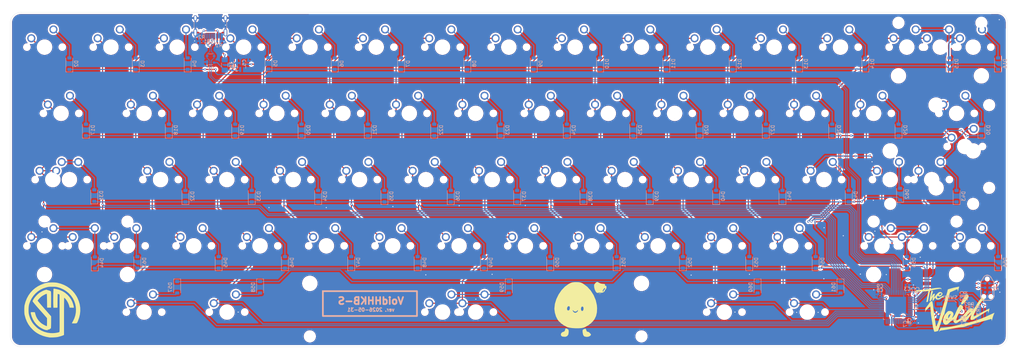
<source format=kicad_pcb>
(kicad_pcb (version 20240108) (generator "pcbnew") (generator_version "8.0")
  (layers (0 "F.Cu" signal) (31 "B.Cu" signal) (34 "B.Paste" user) (35 "F.Paste" user) (36 "B.SilkS" user "B.Silkscreen") (37 "F.SilkS" user "F.Silkscreen") (38 "B.Mask" user) (39 "F.Mask" user) (44 "Edge.Cuts" user))
  (net 0 "")
  (net 1 "+3V3")
  (net 2 "GND")
  (net 3 "+5V")
  (net 4 "BOOT0")
  (net 5 "Net-(QR1-G)")
  (net 6 "NRST")
  (net 7 "D-")
  (net 8 "D+")
  (net 9 "VBUS")
  (net 11 "SWDIO")
  (net 12 "SWCLK")
  (net 13 "/CC2")
  (net 14 "/CC1")
  (net 15 "PA9")
  (net 16 "PB8")
  (net 17 "PB4")
  (net 18 "PA7")
  (net 20 "PB7")
  (net 21 "PB12")
  (net 22 "PB0")
  (net 24 "PA5")
  (net 27 "PA6")
  (net 30 "PB10")
  (net 31 "PA8")
  (net 33 "PB15")
  (net 34 "PB13")
  (net 35 "PA2")
  (net 36 "PB9")
  (net 37 "PB3")
  (net 38 "PB2")
  (net 39 "PB1")
  (net 40 "PA3")
  (net 41 "PA4")
  (net 42 "PA1")
  (net 43 "PB11")
  (net 44 "PB14")
  (net 45 "PB6")
  (net 46 "PA10")
  (net 49 "Net-(D2-A)")
  (net 50 "Net-(D3-A)")
  (net 51 "Net-(D4-A)")
  (net 52 "Net-(D5-A)")
  (net 53 "Net-(D6-A)")
  (net 54 "Net-(D7-A)")
  (net 55 "Net-(D8-A)")
  (net 56 "Net-(D9-A)")
  (net 57 "Net-(D10-A)")
  (net 58 "Net-(D11-A)")
  (net 59 "Net-(D12-A)")
  (net 60 "Net-(D13-A)")
  (net 61 "Net-(D14-A)")
  (net 62 "Net-(D15-A)")
  (net 63 "Net-(D16-A)")
  (net 64 "Net-(D17-A)")
  (net 65 "Net-(D18-A)")
  (net 66 "Net-(D19-A)")
  (net 67 "Net-(D20-A)")
  (net 68 "Net-(D21-A)")
  (net 69 "Net-(D22-A)")
  (net 70 "Net-(D23-A)")
  (net 71 "Net-(D24-A)")
  (net 72 "Net-(D25-A)")
  (net 73 "Net-(D26-A)")
  (net 74 "Net-(D27-A)")
  (net 75 "Net-(D28-A)")
  (net 76 "Net-(D29-A)")
  (net 77 "Net-(D30-A)")
  (net 78 "Net-(D31-A)")
  (net 79 "Net-(D32-A)")
  (net 80 "Net-(D33-A)")
  (net 81 "Net-(D34-A)")
  (net 82 "Net-(D35-A)")
  (net 83 "Net-(D36-A)")
  (net 84 "Net-(D37-A)")
  (net 85 "Net-(D38-A)")
  (net 86 "Net-(D39-A)")
  (net 87 "Net-(D40-A)")
  (net 88 "Net-(D41-A)")
  (net 89 "Net-(D42-A)")
  (net 90 "Net-(D43-A)")
  (net 91 "Net-(D44-A)")
  (net 92 "Net-(D45-A)")
  (net 93 "Net-(D46-A)")
  (net 94 "Net-(D47-A)")
  (net 95 "Net-(D48-A)")
  (net 96 "Net-(D49-A)")
  (net 97 "Net-(D50-A)")
  (net 98 "Net-(D51-A)")
  (net 99 "Net-(D52-A)")
  (net 100 "Net-(D53-A)")
  (net 101 "Net-(D54-A)")
  (net 102 "Net-(D55-A)")
  (net 103 "Net-(D56-A)")
  (net 104 "Net-(D57-A)")
  (net 105 "Net-(D58-A)")
  (net 106 "Net-(D59-A)")
  (net 107 "Net-(D60-A)")
  (net 108 "Net-(D61-A)")
  (net 109 "PA15")
  (net 111 "Net-(D62-A)")
  (net 112 "Net-(D63-A)")
  (footprint "PCM_marbastlib-mx:SW_MX_1u" (layer "F.Cu") (at 105.350485 71.894615)
    (property "Reference" "MX33" (hide yes))
    (property "Value" "MX_SW_HS")
  )
  (footprint "PCM_marbastlib-mx:SW_MX_1u" (layer "F.Cu") (at 300.612985 90.944615)
    (property "Reference" "MX55" (hide yes))
    (property "Value" "MX_SW_HS")
  )
  (footprint "PCM_marbastlib-mx:SW_MX_1u" (layer "F.Cu") (at 86.333 109.994615)
    (property "Reference" "MX57" (hide yes))
    (property "Value" "MX_SW_HS")
  )
  (footprint "PCM_marbastlib-mx:STAB_MX_2.25u" (layer "F.Cu") (at 45.819235 90.944615)
    (property "Reference" "S2" (hide yes))
    (property "Value" "2.25 LShift")
  )
  (footprint "PCM_marbastlib-mx:STAB_MX_2.75u" (layer "F.Cu") (at 283.931375 90.9408)
    (property "Reference" "S6" (hide yes))
    (property "Value" "2.75 RShift")
  )
  (footprint "LOGO" (layer "F.Cu") (at 36.14 109.37)
    (property "Reference" "G***" (hide yes))
    (property "Value" "LOGO" (hide yes))
  )
  (footprint "PCM_marbastlib-mx:SW_MX_1u" (layer "F.Cu") (at 257.750485 71.894615)
    (property "Reference" "MX41" (hide yes))
    (property "Value" "MX_SW_HS")
  )
  (footprint "PCM_marbastlib-mx:STAB_MX_ISO-ROT" (layer "F.Cu") (at 298.22715 62.3664)
    (property "Reference" "S5" (hide yes))
    (property "Value" "ISO Enter")
  )
  (footprint "PCM_marbastlib-mx:SW_MX_1u" (layer "F.Cu") (at 229.175485 90.944615)
    (property "Reference" "MX52" (hide yes))
    (property "Value" "MX_SW_HS")
  )
  (footprint "PCM_marbastlib-mx:SW_MX_1u" (layer "F.Cu") (at 233.937985 52.844615)
    (property "Reference" "MX26" (hide yes))
    (property "Value" "MX_SW_HS")
  )
  (footprint "PCM_marbastlib-mx:SW_MX_1u" (layer "F.Cu") (at 152.975485 90.944615)
    (property "Reference" "MX48" (hide yes))
    (property "Value" "MX_SW_HS")
  )
  (footprint "PCM_marbastlib-mx:SW_MX_1u" (layer "F.Cu") (at 148.212985 33.794615)
    (property "Reference" "MX7" (hide yes))
    (property "Value" "MX_SW_HS")
  )
  (footprint "PCM_marbastlib-mx:SW_MX_1u" (layer "F.Cu") (at 110.1681 33.78895)
    (property "Reference" "MX5" (hide yes))
    (property "Value" "MX_SW_HS")
  )
  (footprint "PCM_marbastlib-mx:SW_MX_1u" (layer "F.Cu") (at 252.987985 52.844615)
    (property "Reference" "MX27" (hide yes))
    (property "Value" "MX_SW_HS")
  )
  (footprint "PCM_marbastlib-mx:STAB_MX_2.25u" (layer "F.Cu") (at 288.706735 71.894615 180)
    (property "Reference" "S1" (hide yes))
    (property "Value" "2.25u ANSI Enter")
  )
  (footprint "PCM_marbastlib-mx:SW_MX_1u" (layer "F.Cu") (at 133.925485 90.944615)
    (property "Reference" "MX47" (hide yes))
    (property "Value" "MX_SW_HS")
  )
  (footprint "PCM_marbastlib-mx:SW_MX_1u" (layer "F.Cu") (at 81.5507 52.84175)
    (property "Reference" "MX18" (hide yes))
    (property "Value" "MX_SW_HS")
  )
  (footprint "PCM_marbastlib-mx:SW_MX_1u" (layer "F.Cu") (at 219.650485 71.894615)
    (property "Reference" "MX39" (hide yes))
    (property "Value" "MX_SW_HS")
  )
  (footprint "PCM_marbastlib-mx:SW_MX_1u" (layer "F.Cu") (at 72.012985 33.794615)
    (property "Reference" "MX3" (hide yes))
    (property "Value" "MX_SW_HS")
  )
  (footprint "PCM_marbastlib-mx:SW_MX_1u" (layer "F.Cu") (at 274.419235 90.944615)
    (property "Reference" "MX54" (hide yes))
    (property "Value" "MX_SW_HS")
  )
  (footprint "PCM_marbastlib-mx:SW_MX_1u" (layer "F.Cu") (at 62.517 52.84175)
    (property "Reference" "MX17" (hide yes))
    (property "Value" "MX_SW_HS")
  )
  (footprint "PCM_marbastlib-mx:SW_MX_1u" (layer "F.Cu") (at 191.075485 90.944615)
    (property "Reference" "MX50" (hide yes))
    (property "Value" "MX_SW_HS")
  )
  (footprint "PCM_marbastlib-mx:SW_MX_1u" (layer "F.Cu") (at 76.775485 90.944615)
    (property "Reference" "MX44" (hide yes))
    (property "Value" "MX_SW_HS")
  )
  (footprint "PCM_marbastlib-mx:SW_MX_1.75u" (layer "F.Cu") (at 41.077494 71.894615)
    (property "Reference" "MX62" (hide yes))
    (property "Value" "MX_SW_HS")
  )
  (footprint "PCM_marbastlib-mx:SW_MX_1u" (layer "F.Cu") (at 57.7538 90.94735)
    (property "Reference" "MX66" (hide yes))
    (property "Value" "MX_SW_HS")
  )
  (footprint "PCM_marbastlib-mx:SW_MX_1u" (layer "F.Cu") (at 300.612985 33.794615)
    (property "Reference" "MX15" (hide yes))
    (property "Value" "MX_SW_HS")
  )
  (footprint "PCM_marbastlib-mx:SW_MX_1u" (layer "F.Cu") (at 45.819235 90.944615)
    (property "Reference" "MX43" (hide yes))
    (property "Value" "MX_SW_HS")
  )
  (footprint "LOGO" (layer "F.Cu") (at 295.56 109.33)
    (property "Reference" "G***" (hide yes))
    (property "Value" "LOGO" (hide yes))
  )
  (footprint "PCM_marbastlib-mx:SW_MX_1u" (layer "F.Cu") (at 86.300485 71.894615)
    (property "Reference" "MX32" (hide yes))
    (property "Value" "MX_SW_HS")
  )
  (footprint "PCM_marbastlib-mx:SW_MX_1u" (layer "F.Cu") (at 33.9378 33.78895)
    (property "Reference" "MX1" (hide yes))
    (property "Value" "MX_SW_HS")
  )
  (footprint "LOGO" (layer "F.Cu") (at 187.765211 109.213765)
    (property "Reference" "G***" (hide yes))
    (property "Value" "LOGO" (hide yes))
  )
  (footprint "PCM_marbastlib-mx:SW_MX_1u" (layer "F.Cu") (at 138.687985 52.844615)
    (property "Reference" "MX21" (hide yes))
    (property "Value" "MX_SW_HS")
  )
  (footprint "PCM_marbastlib-mx:SW_MX_1u" (layer "F.Cu") (at 214.887985 52.844615)
    (property "Reference" "MX25" (hide yes))
    (property "Value" "MX_SW_HS")
  )
  (footprint "PCM_marbastlib-mx:SW_MX_1u" (layer "F.Cu") (at 91.0962 33.78895)
    (property "Reference" "MX4" (hide yes))
    (property "Value" "MX_SW_HS")
  )
  (footprint "PCM_marbastlib-mx:SW_MX_1u" (layer "F.Cu") (at 229.154575 109.994615)
    (property "Reference" "MX59" (hide yes))
    (property "Value" "MX_SW_HS")
  )
  (footprint "PCM_marbastlib-mx:SW_MX_1u" (layer "F.Cu") (at 95.825485 90.944615)
    (property "Reference" "MX45" (hide yes))
    (property "Value" "MX_SW_HS")
  )
  (footprint "PCM_marbastlib-mx:SW_MX_1u" (layer "F.Cu") (at 114.875485 90.944615)
    (property "Reference" "MX46" (hide yes))
    (property "Value" "MX_SW_HS")
  )
  (footprint "PCM_marbastlib-mx:SW_MX_1u" (layer "F.Cu") (at 243.462985 33.794615)
    (property "Reference" "MX12" (hide yes))
    (property "Value" "MX_SW_HS")
  )
  (footprint "PCM_marbastlib-mx:SW_MX_1u" (layer "F.Cu") (at 38.6819 52.84175)
    (property "Reference" "MX16" (hide yes))
    (property "Value" "MX_SW_HS")
  )
  (footprint "PCM_marbastlib-mx:SW_MX_1u" (layer "F.Cu") (at 205.362985 33.794615)
    (property "Reference" "MX10" (hide yes))
    (property "Value" "MX_SW_HS")
  )
  (footprint "PCM_marbastlib-mx:SW_MX_1u" (layer "F.Cu") (at 181.550485 71.894615)
    (property "Reference" "MX37" (hide yes))
    (property "Value" "MX_SW_HS")
  )
  (footprint "PCM_marbastlib-mx:SW_MX_1u" (layer "F.Cu") (at 281.562985 33.794615)
    (property "Reference" "MX14" (hide yes))
    (property "Value" "MX_SW_HS")
  )
  (footprint "PCM_marbastlib-mx:SW_MX_1u" (layer "F.Cu") (at 143.450485 71.894615)
    (property "Reference" "MX35" (hide yes))
    (property "Value" "MX_SW_HS")
  )
  (footprint "PCM_marbastlib-mx:SW_MX_1u" (layer "F.Cu") (at 238.700485 71.894615)
    (property "Reference" "MX40" (hide yes))
    (property "Value" "MX_SW_HS")
  )
  (footprint "PCM_marbastlib-mx:SW_MX_1u" (layer "F.Cu") (at 288.706735 71.894615)
    (property "Reference" "MX42" (hide yes))
    (property "Value" "MX_SW_HS")
  )
  (footprint "PCM_marbastlib-mx:SW_MX_1u" (layer "F.Cu") (at 162.500485 71.894615)
    (property "Reference" "MX36" (hide yes))
    (property "Value" "MX_SW_HS")
  )
  (footprint "PCM_marbastlib-mx:SW_MX_1u" (layer "F.Cu") (at 100.6417 52.84175)
    (property "Reference" "MX19" (hide yes))
    (property "Value" "MX_SW_HS")
  )
  (footprint "PCM_marbastlib-mx:SW_MX_1u" (layer "F.Cu") (at 200.600485 71.894615)
    (property "Reference" "MX38" (hide yes))
    (property "Value" "MX_SW_HS")
  )
  (footprint "PCM_marbastlib-mx:SW_MX_1u" (layer "F.Cu") (at 298.220975 62.36815)
    (property "Reference" "MX64" (hide yes))
    (property "Value" "MX_SW_HS")
  )
  (footprint "PCM_marbastlib-mx:SW_MX_1u" (layer "F.Cu") (at 252.970575 109.994615)
    (property "Reference" "MX60" (hide yes))
    (property "Value" "MX_SW_HS")
  )
  (footprint "PCM_marbastlib-mx:SW_MX_1u" (layer "F.Cu") (at 157.737985 52.844615)
    (property "Reference" "MX22" (hide yes))
    (property "Value" "MX_SW_HS")
  )
  (footprint "PCM_marbastlib-mx:SW_MX_1u" (layer "F.Cu") (at 176.787985 52.844615)
    (property "Reference" "MX23" (hide yes))
    (property "Value" "MX_SW_HS")
  )
  (footprint "PCM_marbastlib-mx:SW_MX_1u" (layer "F.Cu") (at 295.850485 52.844615)
    (property "Reference" "MX29" (hide yes))
    (property "Value" "MX_SW_HS")
  )
  (footprint "PCM_marbastlib-mx:SW_MX_1u" (layer "F.Cu") (at 67.250485 71.894615)
    (property "Reference" "MX31" (hide yes))
    (property "Value" "MX_SW_HS")
  )
  (footprint "PCM_marbastlib-mx:SW_MX_1u" (layer "F.Cu") (at 119.637985 52.844615)
    (property "Reference" "MX20" (hide yes))
    (property "Value" "MX_SW_HS")
  )
  (footprint "PCM_marbastlib-mx:SW_MX_1u" (layer "F.Cu") (at 167.262985 33.794615)
    (property "Reference" "MX8" (hide yes))
    (property "Value" "MX_SW_HS")
  )
  (footprint "PCM_marbastlib-mx:SW_MX_1u" (layer "F.Cu") (at 248.225485 90.944615)
    (property "Reference" "MX53" (hide yes))
    (property "Value" "MX_SW_HS")
  )
  (footprint "PCM_marbastlib-mx:SW_MX_1u" (layer "F.Cu") (at 52.9906 33.78895)
    (property "Reference" "MX2" (hide yes))
    (property "Value" "MX_SW_HS")
  )
  (footprint "PCM_marbastlib-mx:SW_MX_1u" (layer "F.Cu") (at 283.931375 90.94735)
    (property "Reference" "MX68" (hide yes))
    (property "Value" "MX_SW_HS")
  )
  (footprint "PCM_marbastlib-mx:SW_MX_1u" (layer "F.Cu") (at 291.1506 33.78895)
    (property "Reference" "MX63" (hide yes))
    (property "Value" "MX_SW_HS")
  )
  (footprint "PCM_marbastlib-mx:SW_MX_1u" (layer "F.Cu") (at 186.312985 33.794615)
    (property "Reference" "MX9" (hide yes))
    (property "Value" "MX_SW_HS")
  )
  (footprint "PCM_marbastlib-mx:SW_MX_1u" (layer "F.Cu") (at 276.786575 71.89455)
    (property "Reference" "MX65" (hide yes))
    (property "Value" "NUHS")
  )
  (footprint "PCM_marbastlib-mx:SW_MX_1u" (layer "F.Cu") (at 224.412985 33.794615)
    (property "Reference" "MX11" (hide yes))
    (property "Value" "MX_SW_HS")
  )
  (footprint "PCM_marbastlib-mx:SW_MX_1u" (layer "F.Cu") (at 124.400485 71.894615)
    (property "Reference" "MX34" (hide yes))
    (property "Value" "MX_SW_HS")
  )
  (footprint "PCM_marbastlib-mx:STAB_MX_2u" (layer "F.Cu") (at 291.074425 33.795125)
    (property "Reference" "S4" (hide yes))
    (property "Value" "2u Backspace")
  )
  (footprint "PCM_marbastlib-mx:STAB_MX_6u_New" (layer "F.Cu") (at 157.737985 109.994615 180)
    (property "Reference" "S3" (hide yes))
    (property "Value" "6u Spacebar")
  )
  (footprint "PCM_marbastlib-mx:SW_MX_1u" (layer "F.Cu") (at 262.512985 33.794615)
    (property "Reference" "MX13" (hide yes))
    (property "Value" "MX_SW_HS")
  )
  (footprint "PCM_marbastlib-mx:SW_MX_1u" (layer "F.Cu") (at 172.025485 90.944615)
    (property "Reference" "MX49" (hide yes))
    (property "Value" "MX_SW_HS")
  )
  (footprint "PCM_marbastlib-mx:SW_MX_1.75u_STP_1.25" (layer "F.Cu") (at 36.314093 71.894615)
    (property "Reference" "MX30" (hide yes))
    (property "Value" "MX_SW_HS")
  )
  (footprint "PCM_marbastlib-mx:SW_MX_1u" (layer "F.Cu") (at 272.037985 52.844615)
    (property "Reference" "MX28" (hide yes))
    (property "Value" "MX_SW_HS")
  )
  (footprint "PCM_marbastlib-mx:SW_MX_1u" (layer "F.Cu") (at 62.50745 110.00015)
    (property "Reference" "MX56" (hide yes))
    (property "Value" "MX_SW_HS")
  )
  (footprint "PCM_marbastlib-mx:SW_MX_1u" (layer "F.Cu") (at 157.737985 109.994615)
    (property "Reference" "MX58" (hide yes))
    (property "Value" "MX_SW_HS")
  )
  (footprint "PCM_marbastlib-mx:SW_MX_1u" (layer "F.Cu") (at 129.1827 33.78895)
    (property "Reference" "MX6" (hide yes))
    (property "Value" "MX_SW_HS")
  )
  (footprint "PCM_marbastlib-mx:SW_MX_1u" (layer "F.Cu") (at 148.236174 109.994615)
    (property "Reference" "MX61" (hide yes))
    (property "Value" "MX_SW_HS")
  )
  (footprint "PCM_marbastlib-mx:SW_MX_1u" (layer "F.Cu") (at 33.9378 90.94735)
    (property "Reference" "MX67" (hide yes))
    (property "Value" "MX_SW_HS")
  )
  (footprint "PCM_marbastlib-mx:SW_MX_1u" (layer "F.Cu") (at 195.837985 52.844615)
    (property "Reference" "MX24" (hide yes))
    (property "Value" "MX_SW_HS")
  )
  (footprint "PCM_marbastlib-mx:SW_MX_1u" (layer "F.Cu") (at 210.125485 90.944615)
    (property "Reference" "MX51" (hide yes))
    (property "Value" "MX_SW_HS")
  )
  (footprint "Diode_SMD:D_SOD-123" (layer "B.Cu") (at 307.756735 38.557115 90)
    (property "Reference" "D16")
    (property "Value" "1N4148W")
  )
  (footprint "Diode_SMD:D_SOD-123" (layer "B.Cu") (at 75.0204 38.55215 90)
    (property "Reference" "D4")
    (property "Value" "1N4148W")
  )
  (footprint "PCM_marbastlib-various:CON_TC2030_outlined" (layer "B.Cu") (at 304.67 102.99465 -90)
    (property "Reference" "J2")
    (property "Value" "TC2030_SWD" (hide yes))
  )
  (footprint "Diode_SMD:D_SOD-123" (layer "B.Cu") (at 279.614725 76.06235 90)
    (property "Reference" "D62")
    (property "Value" "1N4148W")
  )
  (footprint "Diode_SMD:D_SOD-123" (layer "B.Cu") (at 93.444235 76.657115 90)
    (property "Reference" "D33")
    (property "Value" "1N4148W")
  )
  (footprint "Diode_SMD:D_SOD-123" (layer "B.Cu") (at 212.506735 38.557115 90)
    (property "Reference" "D11")
    (property "Value" "1N4148W")
  )
  (footprint "Diode_SMD:D_SOD-123" (layer "B.Cu") (at 295.850485 76.657115 90)
    (property "Reference" "D43")
    (property "Value" "1N4148W")
  )
  (footprint "Package_QFP:LQFP-48_7x7mm_P0.5mm" (layer "B.Cu") (at 278.426368 108.508784 90)
    (property "Reference" "U2")
    (property "Value" "STM32F072CBT6")
  )
  (footprint "Diode_SMD:D_SOD-123" (layer "B.Cu") (at 169.644235 76.657115 90)
    (property "Reference" "D37")
    (property "Value" "1N4148W")
  )
  (footprint "Capacitor_SMD:C_0402_1005Metric" (layer "B.Cu") (at 92.43585 38.25445 -90)
    (property "Reference" "C5")
    (property "Value" "1uF")
  )
  (footprint "Capacitor_SMD:C_0402_1005Metric" (layer "B.Cu") (at 87.8215 40.0072 90)
    (property "Reference" "C4")
    (property "Value" "1uF")
  )
  (footprint "Resistor_SMD:R_0402_1005Metric" (layer "B.Cu") (at 299.448978 108.944658 180)
    (property "Reference" "RR2")
    (property "Value" "10k")
  )
  (footprint "Resistor_SMD:R_0402_1005Metric" (layer "B.Cu") (at 83.975912 32.112278)
    (property "Reference" "R1")
    (property "Value" "5k1")
  )
  (footprint "Package_TO_SOT_SMD:SOT-143" (layer "B.Cu") (at 81.61175 37.30445)
    (property "Reference" "D1")
    (property "Value" "PRTR5V0U2X")
  )
  (footprint "Diode_SMD:D_SOD-123" (layer "B.Cu") (at 136.306735 38.557115 90)
    (property "Reference" "D7")
    (property "Value" "1N4148W")
  )
  (footprint "Diode_SMD:D_SOD-123" (layer "B.Cu") (at 122.019235 95.707115 90)
    (property "Reference" "D47")
    (property "Value" "1N4148W")
  )
  (footprint "Diode_SMD:D_SOD-123" (layer "B.Cu") (at 183.931735 57.607115 90)
    (property "Reference" "D24")
    (property "Value" "1N4148W")
  )
  (footprint "Diode_SMD:D_SOD-123" (layer "B.Cu") (at 269.656735 38.557115 90)
    (property "Reference" "D14")
    (property "Value" "1N4148W")
  )
  (footprint "Diode_SMD:D_SOD-123" (layer "B.Cu") (at 264.894235 76.657115 90)
    (property "Reference" "D42")
    (property "Value" "1N4148W")
  )
  (footprint "Diode_SMD:D_SOD-123" (layer "B.Cu") (at 72.012985 102.850865 -90)
    (property "Reference" "D57")
    (property "Value" "1N4148W")
  )
  (footprint "Diode_SMD:D_SOD-123" (layer "B.Cu") (at 48.37625 95.784975 90)
    (property "Reference" "D44")
    (property "Value" "1N4148W")
  )
  (footprint "Capacitor_SMD:C_0402_1005Metric" (layer "B.Cu") (at 283.481857 112.605033 -90)
    (property "Reference" "C6")
    (property "Value" "1uF")
  )
  (footprint "Resistor_SMD:R_0402_1005Metric" (layer "B.Cu") (at 297.365337 105.372702 90)
    (property "Reference" "RR1")
    (property "Value" "33k")
  )
  (footprint "Diode_SMD:D_SOD-123" (layer "B.Cu") (at 245.844235 76.657115 90)
    (property "Reference" "D41")
    (property "Value" "1N4148W")
  )
  (footprint "Button_Switch_SMD:SW_SPST_TL3342" (layer "B.Cu") (at 294.091044 109.539984 180)
    (property "Reference" "SWR1")
    (property "Value" "TS-1187A-B-A-B")
  )
  (footprint "Diode_SMD:D_SOD-123" (layer "B.Cu") (at 188.694235 76.657115 90)
    (property "Reference" "D38")
    (property "Value" "1N4148W")
  )
  (footprint "Diode_SMD:D_SOD-123" (layer "B.Cu") (at 293.8299 38.55215 90)
    (property "Reference" "D15")
    (property "Value" "1N4148W")
  )
  (footprint "PCM_marbastlib-various:USB_C_Receptacle_HRO_TYPE-C-31-M-12" (layer "B.Cu") (at 81.559662 26.492007)
    (property "Reference" "USB1")
    (property "Value" "USB_C_Receptacle_USB2.0_16P")
  )
  (footprint "Capacitor_SMD:C_0402_1005Metric" (layer "B.Cu") (at 282.291205 113.382696 -90)
    (property "Reference" "C7")
    (property "Value" "100nF")
  )
  (footprint "Diode_SMD:D_SOD-123" (layer "B.Cu") (at 202.981735 57.607115 90)
    (property "Reference" "D25")
    (property "Value" "1N4148W")
  )
  (footprint "Diode_SMD:D_SOD-123" (layer "B.Cu") (at 102.969235 95.707115 90)
    (property "Reference" "D46")
    (property "Value" "1N4148W")
  )
  (footprint "Diode_SMD:D_SOD-123" (layer "B.Cu") (at 155.356735 38.557115 90)
    (property "Reference" "D8")
    (property "Value" "1N4148W")
  )
  (footprint "Diode_SMD:D_SOD-123" (layer "B.Cu") (at 60.58195 95.71055 90)
    (property "Reference" "D63")
    (property "Value" "1N4148W")
  )
  (footprint "Resistor_SMD:R_0402_1005Metric" (layer "B.Cu") (at 300.937293 109.454658 90)
    (property "Reference" "RR3")
    (property "Value" "100k")
  )
  (footprint "Diode_SMD:D_SOD-123" (layer "B.Cu") (at 238.700485 102.850865 -90)
    (property "Reference" "D60")
    (property "Value" "1N4148W")
  )
  (footprint "Diode_SMD:D_SOD-123" (layer "B.Cu") (at 179.169235 95.707115 90)
    (property "Reference" "D50")
    (property "Value" "1N4148W")
  )
  (footprint "Diode_SMD:D_SOD-123" (layer "B.Cu") (at 302.994235 57.607115 90)
    (property "Reference" "D30")
    (property "Value" "1N4148W")
  )
  (footprint "Diode_SMD:D_SOD-123" (layer "B.Cu") (at 222.031735 57.607115 90)
    (property "Reference" "D26")
    (property "Value" "1N4148W")
  )
  (footprint "Diode_SMD:D_SOD-123" (layer "B.Cu") (at 48.221406 76.499391 90)
    (property "Reference" "D31")
    (property "Value" "1N4148W")
  )
  (footprint "Diode_SMD:D_SOD-123" (layer "B.Cu") (at 98.22879 38.465075 90)
    (property "Reference" "D5")
    (property "Value" "1N4148W")
  )
  (footprint "Diode_SMD:D_SOD-123" (layer "B.Cu") (at 167.262985 102.850865 -90)
    (property "Reference" "D59")
    (property "Value" "1N4148W")
  )
  (footprint "Capacitor_SMD:C_0402_1005Metric" (layer "B.Cu") (at 273.841315 104.865795 180)
    (property "Reference" "C8")
    (property "Value" "4.7uF")
  )
  (footprint "Capacitor_SMD:C_0402_1005Metric" (layer "B.Cu") (at 282.291205 103.675143 90)
    (property "Reference" "C1")
    (property "Value" "4.7uF")
  )
  (footprint "Diode_SMD:D_SOD-123" (layer "B.Cu") (at 145.831735 57.607115 90)
    (property "Reference" "D22")
    (property "Value" "1N4148W")
  )
  (footprint "Fuse:Fuse_1206_3216Metric_Pad1.42x1.75mm_HandSolder" (layer "B.Cu") (at 85.663175 38.924275 90)
    (property "Reference" "F1")
    (property "Value" "500mA")
  )
  (footprint "Diode_SMD:D_SOD-123" (layer "B.Cu") (at 198.219235 95.707115 90)
    (property "Reference" "D51")
    (property "Value" "1N4148W")
  )
  (footprint "Capacitor_SMD:C_0402_1005Metric" (layer "B.Cu") (at 298.555989 105.372702 -90)
    (property "Reference" "CR2")
    (property "Value" "1uF")
  )
  (footprint "Diode_SMD:D_SOD-123" (layer "B.Cu") (at 74.394235 76.657115 90)
    (property "Reference" "D32")
    (property "Value" "1N4148W")
  )
  (footprint "Capacitor_SMD:C_0402_1005Metric" (layer "B.Cu") (at 273.841315 103.675143 180)
    (property "Reference" "C9")
    (property "Value" "100nF")
  )
  (footprint "Diode_SMD:D_SOD-123" (layer "B.Cu") (at 83.919235 95.707115 90)
    (property "Reference" "D45")
    (property "Value" "1N4148W")
  )
  (footprint "Diode_SMD:D_SOD-123" (layer "B.Cu") (at 131.544235 76.657115 90)
    (property "Reference" "D35")
    (property "Value" "1N4148W")
  )
  (footprint "Diode_SMD:D_SOD-123" (layer "B.Cu") (at 217.269235 95.707115 90)
    (property "Reference" "D52")
    (property "Value" "1N4148W")
  )
  (footprint "Diode_SMD:D_SOD-123" (layer "B.Cu") (at 160.119235 95.707115 90)
    (property "Reference" "D49")
    (property "Value" "1N4148W")
  )
  (footprint "Diode_SMD:D_SOD-123" (layer "B.Cu") (at 45.819235 57.607115 90)
    (property "Reference" "D17")
    (property "Value" "1N4148W")
  )
  (footprint "Diode_SMD:D_SOD-123" (layer "B.Cu") (at 307.756735 95.707115 90)
    (property "Reference" "D56")
    (property "Value" "1N4148W")
  )
  (footprint "Diode_SMD:D_SOD-123" (layer "B.Cu") (at 193.456735 38.557115 90)
    (property "Reference" "D10")
    (property "Value" "1N4148W")
  )
  (footprint "Capacitor_SMD:C_0402_1005Metric" (layer "B.Cu") (at 283.481857 103.675143 90)
    (property "Reference" "C2")
    (property "Value" "100nF")
  )
  (footprint "Diode_SMD:D_SOD-123" (layer "B.Cu") (at 250.606735 38.557115 90)
    (property "Reference" "D13")
    (property "Value" "1N4148W")
  )
  (footprint "Diode_SMD:D_SOD-123" (layer "B.Cu") (at 207.744235 76.657115 90)
    (property "Reference" "D39")
    (property "Value" "1N4148W")
  )
  (footprint "Capacitor_SMD:C_0402_1005Metric" (layer "B.Cu") (at 281.695879 102.186828)
    (property "Reference" "C3")
    (property "Value" "100nF")
  )
  (footprint "Diode_SMD:D_SOD-123" (layer "B.Cu") (at 150.594235 76.657115 90)
    (property "Reference" "D36")
    (property "Value" "1N4148W")
  )
  (footprint "Diode_SMD:D_SOD-123" (layer "B.Cu") (at 231.556735 38.557115 90)
    (property "Reference" "D12")
    (property "Value" "1N4148W")
  )
  (footprint "Diode_SMD:D_SOD-123" (layer "B.Cu") (at 107.731735 57.607115 90)
    (property "Reference" "D20")
    (property "Value" "1N4148W")
  )
  (footprint "Capacitor_SMD:C_0402_1005Metric" (layer "B.Cu") (at 299.448978 110.13531 180)
    (property "Reference" "CR1")
    (property "Value" "10uF")
  )
  (footprint "Diode_SMD:D_SOD-123" (layer "B.Cu") (at 69.631735 57.607115 90)
    (property "Reference" "D18")
    (property "Value" "1N4148W")
  )
  (footprint "Diode_SMD:D_SOD-123" (layer "B.Cu") (at 226.794235 76.657115 90)
    (property "Reference" "D40")
    (property "Value" "1N4148W")
  )
  (footprint "Diode_SMD:D_SOD-123" (layer "B.Cu") (at 88.681735 57.607115 90)
    (property "Reference" "D19")
    (property "Value" "1N4148W")
  )
  (footprint "Package_TO_SOT_SMD:SOT-23" (layer "B.Cu") (at 90.128675 39.278875 -90)
    (property "Reference" "U1")
    (property "Value" "XC6206P332MR")
  )
  (footprint "Diode_SMD:D_SOD-123" (layer "B.Cu") (at 260.131735 57.607115 90)
    (property "Reference" "D28")
    (property "Value" "1N4148W")
  )
  (footprint "Diode_SMD:D_SOD-123" (layer "B.Cu") (at 241.081735 57.607115 90)
    (property "Reference" "D27")
    (property "Value" "1N4148W")
  )
  (footprint "Diode_SMD:D_SOD-123" (layer "B.Cu") (at 164.881735 57.607115 90)
    (property "Reference" "D23")
    (property "Value" "1N4148W")
  )
  (footprint "Diode_SMD:D_SOD-123" (layer "B.Cu") (at 141.069235 95.707115 90)
    (property "Reference" "D48")
    (property "Value" "1N4148W")
  )
  (footprint "Diode_SMD:D_SOD-123" (layer "B.Cu") (at 112.494235 76.657115 90)
    (property "Reference" "D34")
    (property "Value" "1N4148W")
  )
  (footprint "Diode_SMD:D_SOD-123" (layer "B.Cu") (at 281.562985 95.707115 90)
    (property "Reference" "D55")
    (property "Value" "1N4148W")
  )
  (footprint "Diode_SMD:D_SOD-123" (layer "B.Cu") (at 126.781735 57.607115 90)
    (property "Reference" "D21")
    (property "Value" "1N4148W")
  )
  (footprint "Diode_SMD:D_SOD-123" (layer "B.Cu") (at 255.369235 95.707115 90)
    (property "Reference" "D54")
    (property "Value" "1N4148W")
  )
  (footprint "Diode_SMD:D_SOD-123" (layer "B.Cu") (at 95.825485 102.850865 -90)
    (property "Reference" "D58")
    (property "Value" "1N4148W")
  )
  (footprint "Diode_SMD:D_SOD-123" (layer "B.Cu") (at 60.106735 38.557115 90)
    (property "Reference" "D3")
    (property "Value" "1N4148W")
  )
  (footprint "Diode_SMD:D_SOD-123" (layer "B.Cu") (at 174.406735 38.557115 90)
    (property "Reference" "D9")
    (property "Value" "1N4148W")
  )
  (footprint "Package_TO_SOT_SMD:SOT-23" (layer "B.Cu") (at 300.044304 112.516614 -90)
    (property "Reference" "QR1")
    (property "Value" "2N7002")
  )
  (footprint "Diode_SMD:D_SOD-123" (layer "B.Cu") (at 262.512985 102.850865 -90)
    (property "Reference" "D61")
    (property "Value" "1N4148W")
  )
  (footprint "Resistor_SMD:R_0402_1005Metric" (layer "B.Cu") (at 79.03935 32.112278 180)
    (property "Reference" "R2")
    (property "Value" "5k1")
  )
  (footprint "Diode_SMD:D_SOD-123" (layer "B.Cu") (at 279.181735 57.607115 90)
    (property "Reference" "D29")
    (property "Value" "1N4148W")
  )
  (footprint "Diode_SMD:D_SOD-123" (layer "B.Cu") (at 236.319235 95.707115 90)
    (property "Reference" "D53")
    (property "Value" "1N4148W")
  )
  (footprint "Diode_SMD:D_SOD-123" (layer "B.Cu") (at 117.256735 38.557115 90)
    (property "Reference" "D6")
    (property "Value" "1N4148W")
  )
  (footprint "Diode_SMD:D_SOD-123" (layer "B.Cu") (at 41.056735 38.557115 90)
    (property "Reference" "D2")
    (property "Value" "1N4148W")
  )
  (gr_rect (start 113.862625 103.972425) (end 140.885125 111.116175) (stroke (width 0.5)) (fill none) (layer "B.SilkS"))
  (gr_line (start 310.462509 26.78967) (end 310.462509 116.08857) (stroke (width 0.05)) (layer "Edge.Cuts"))
  (gr_line (start 306.59289 119.958189) (end 307.464725 119.937035) (stroke (width 0.05)) (layer "Edge.Cuts"))
  (gr_arc (start 24.110703 26.78967) (mid 24.982538 24.684875) (end 27.087333 23.81304) (stroke (width 0.05)) (layer "Edge.Cuts"))
  (gr_arc (start 307.485879 23.81304) (mid 309.590674 24.684875) (end 310.462509 26.78967) (stroke (width 0.05)) (layer "Edge.Cuts"))
  (gr_line (start 24.110703 116.08857) (end 24.110703 116.981559) (stroke (width 0.05)) (layer "Edge.Cuts"))
  (gr_line (start 24.110703 26.78967) (end 24.110703 116.08857) (stroke (width 0.05)) (layer "Edge.Cuts"))
  (gr_line (start 27.087333 119.958189) (end 306.59289 119.958189) (stroke (width 0.05)) (layer "Edge.Cuts"))
  (gr_arc (start 310.441355 116.960405) (mid 309.56952 119.0652) (end 307.464725 119.937035) (stroke (width 0.05)) (layer "Edge.Cuts"))
  (gr_line (start 27.087333 23.81304) (end 307.485879 23.81304) (stroke (width 0.05)) (layer "Edge.Cuts"))
  (gr_arc (start 27.087333 119.958189) (mid 24.982538 119.086354) (end 24.110703 116.981559) (stroke (width 0.05)) (layer "Edge.Cuts"))
  (gr_line (start 310.462509 116.08857) (end 310.441355 116.960405) (stroke (width 0.05)) (layer "Edge.Cuts"))
  (gr_text "ver. ${CURRENT_DATE}" (at 127.638875 108.734925 0) (layer "B.SilkS") (effects (font (size 1 1) (thickness 0.25) (bold yes)) (justify top mirror)))
  (gr_text "VoidHHKB-S" (at 127.638875 107.941175 0) (layer "B.SilkS") (effects (font (size 2 2) (thickness 0.5) (bold yes)) (justify bottom mirror)))
  (segment (start 275.6702 109.555984) (end 277.230934 111.116718) (width 0.3) (layer "F.Cu") (net 1))
  (segment (start 290.816751 109.837647) (end 297.365337 109.837647) (width 0.3) (layer "F.Cu") (net 1))
  (segment (start 277.230934 115.803109) (end 277.90295 116.475125) (width 0.3) (layer "F.Cu") (net 1))
  (segment (start 96.572599 38.701) (end 93.32895 38.701) (width 0.3) (layer "F.Cu") (net 1))
  (segment (start 278.3495 116.4007) (end 305.29135 116.4007) (width 0.3) (layer "F.Cu") (net 1))
  (segment (start 277.230934 111.116718) (end 280.505227 111.116718) (width 0.3) (layer "F.Cu") (net 1))
  (segment (start 283.77952 111.414381) (end 289.240017 111.414381) (width 0.3) (layer "F.Cu") (net 1))
  (segment (start 283.77952 105.163458) (end 283.481857 104.865795) (width 0.3) (layer "F.Cu") (net 1))
  (segment (start 306.0356 116.4007) (end 307.37525 115.06105) (width 0.3) (layer "F.Cu") (net 1))
  (segment (start 305.068075 24.7091) (end 110.564499 24.7091) (width 0.3) (layer "F.Cu") (net 1))
  (segment (start 307.37525 101.738975) (end 309.3103 99.803925) (width 0.3) (layer "F.Cu") (net 1))
  (segment (start 289.240017 111.414381) (end 290.816751 109.837647) (width 0.3) (layer "F.Cu") (net 1))
  (segment (start 309.3103 99.803925) (end 309.3103 28.951325) (width 0.3) (layer "F.Cu") (net 1))
  (segment (start 305.29135 116.4007) (end 306.0356 116.4007) (width 0.3) (layer "F.Cu") (net 1))
  (segment (start 307.37525 115.06105) (end 307.37525 101.738975) (width 0.3) (layer "F.Cu") (net 1))
  (segment (start 283.77952 111.414381) (end 283.77952 105.163458) (width 0.3) (layer "F.Cu") (net 1))
  (segment (start 278.275075 116.475125) (end 278.3495 116.4007) (width 0.3) (layer "F.Cu") (net 1))
  (segment (start 277.90295 116.475125) (end 278.275075 116.475125) (width 0.3) (layer "F.Cu") (net 1))
  (segment (start 110.564499 24.7091) (end 96.572599 38.701) (width 0.3) (layer "F.Cu") (net 1))
  (segment (start 275.6702 105.757925) (end 275.6702 109.555984) (width 0.3) (layer "F.Cu") (net 1))
  (segment (start 309.3103 28.951325) (end 305.068075 24.7091) (width 0.3) (layer "F.Cu") (net 1))
  (segment (start 277.230934 111.116718) (end 277.230934 115.803109) (width 0.3) (layer "F.Cu") (net 1))
  (via (at 283.77952 111.414381) (size 0.6) (drill 0.3) (layers "F.Cu" "B.Cu") (net 1))
  (via (at 307.37525 101.738975) (size 0.6) (drill 0.3) (layers "F.Cu" "B.Cu") (net 1))
  (via (at 280.505227 111.116718) (size 0.6) (drill 0.3) (layers "F.Cu" "B.Cu") (net 1))
  (via (at 275.6702 105.757925) (size 0.6) (drill 0.3) (layers "F.Cu" "B.Cu") (net 1))
  (via (at 297.365337 109.837647) (size 0.6) (drill 0.3) (layers "F.Cu" "B.Cu") (net 1))
  (via (at 277.230934 111.116718) (size 0.6) (drill 0.3) (layers "F.Cu" "B.Cu") (net 1))
  (via (at 283.481857 104.865795) (size 0.6) (drill 0.3) (layers "F.Cu" "B.Cu") (net 1))
  (via (at 93.32895 38.701) (size 0.6) (drill 0.3) (layers "F.Cu" "B.Cu") (net 1))
  (segment (start 93.2955 38.73445) (end 93.32895 38.701) (width 0.3) (layer "B.Cu") (net 1))
  (segment (start 91.078675 38.341375) (end 91.47175 38.73445) (width 0.3) (layer "B.Cu") (net 1))
  (segment (start 92.43585 38.73445) (end 93.2955 38.73445) (width 0.3) (layer "B.Cu") (net 1))
  (segment (start 296.617076 105.882702) (end 297.365337 105.882702) (width 0.3) (layer "B.Cu") (net 1))
  (segment (start 297.365337 109.837647) (end 297.365337 107.764277) (width 0.3) (layer "B.Cu") (net 1))
  (segment (start 280.647293 111.258784) (end 282.588868 111.258784) (width 0.3) (layer "B.Cu") (net 1))
  (segment (start 282.588868 111.258784) (end 283.623923 111.258784) (width 0.3) (layer "B.Cu") (net 1))
  (segment (start 305.319325 101.738975) (end 305.305 101.72465) (width 0.3) (layer "B.Cu") (net 1))
  (segment (start 274.321315 104.865795) (end 274.321315 103.675143) (width 0.3) (layer "B.Cu") (net 1))
  (segment (start 282.291205 104.155143) (end 283.481857 104.155143) (width 0.3) (layer "B.Cu") (net 1))
  (segment (start 282.588868 111.258784) (end 282.615608 111.258784) (width 0.3) (layer "B.Cu") (net 1))
  (segment (start 281.176368 104.346284) (end 282.100064 104.346284) (width 0.3) (layer "B.Cu") (net 1))
  (segment (start 283.068868 112.125033) (end 283.481857 112.125033) (width 0.3) (layer "B.Cu") (net 1))
  (segment (start 274.263868 105.758784) (end 274.263868 104.923242) (width 0.3) (layer "B.Cu") (net 1))
  (segment (start 297.365337 107.764277) (end 297.241044 107.639984) (width 0.3) (layer "B.Cu") (net 1))
  (segment (start 281.176368 104.346284) (end 281.176368 102.226339) (width 0.3) (layer "B.Cu") (net 1))
  (segment (start 277.176368 112.671284) (end 277.176368 111.171284) (width 0.3) (layer "B.Cu") (net 1))
  (segment (start 296.050419 106.449359) (end 296.617076 105.882702) (width 0.3) (layer "B.Cu") (net 1))
  (segment (start 274.263868 104.923242) (end 274.321315 104.865795) (width 0.3) (layer "B.Cu") (net 1))
  (segment (start 275.669341 105.758784) (end 275.6702 105.757925) (width 0.3) (layer "B.Cu") (net 1))
  (segment (start 282.291205 112.902696) (end 283.068868 112.125033) (width 0.3) (layer "B.Cu") (net 1))
  (segment (start 290.941044 107.639984) (end 292.131669 106.449359) (width 0.3) (layer "B.Cu") (net 1))
  (segment (start 296.050419 106.449359) (end 297.241044 107.639984) (width 0.3) (layer "B.Cu") (net 1))
  (segment (start 91.47175 38.73445) (end 92.43585 38.73445) (width 0.3) (layer "B.Cu") (net 1))
  (segment (start 280.505227 111.116718) (end 280.647293 111.258784) (width 0.3) (layer "B.Cu") (net 1))
  (segment (start 277.176368 111.171284) (end 277.230934 111.116718) (width 0.3) (layer "B.Cu") (net 1))
  (segment (start 282.615608 111.258784) (end 283.481857 112.125033) (width 0.3) (layer "B.Cu") (net 1))
  (segment (start 292.131669 106.449359) (end 296.050419 106.449359) (width 0.3) (layer "B.Cu") (net 1))
  (segment (start 283.623923 111.258784) (end 283.77952 111.414381) (width 0.3) (layer "B.Cu") (net 1))
  (segment (start 283.481857 104.865795) (end 283.481857 104.155143) (width 0.3) (layer "B.Cu") (net 1))
  (segment (start 281.176368 102.226339) (end 281.215879 102.186828) (width 0.3) (layer "B.Cu") (net 1))
  (segment (start 274.263868 105.758784) (end 275.669341 105.758784) (width 0.3) (layer "B.Cu") (net 1))
  (segment (start 307.37525 101.738975) (end 305.319325 101.738975) (width 0.3) (layer "B.Cu") (net 1))
  (segment (start 282.100064 104.346284) (end 282.291205 104.155143) (width 0.3) (layer "B.Cu") (net 1))
  (via (at 171.996175 79.33705) (size 0.6) (drill 0.3) (layers "F.Cu" "B.Cu") (net 2))
  (via (at 33.19355 86.9284) (size 0.6) (drill 0.3) (layers "F.Cu" "B.Cu") (net 2))
  (via (at 98.38985 79.93245) (size 0.6) (drill 0.3) (layers "F.Cu" "B.Cu") (net 2))
  (via (at 157.781 106.2789) (size 0.6) (drill 0.3) (layers "F.Cu" "B.Cu") (net 2))
  (via (at 271.94895 77.84855) (size 0.6) (drill 0.3) (layers "F.Cu" "B.Cu") (net 2))
  (via (at 85.88645 27.462825) (size 0.6) (drill 0.3) (layers "F.Cu" "B.Cu") (net 2))
  (via (at 272.3955 86.705125) (size 0.6) (drill 0.3) (layers "F.Cu" "B.Cu") (net 2))
  (via (at 162.469775 99.1341) (size 0.6) (drill 0.3) (layers "F.Cu" "B.Cu") (net 2))
  (via (at 275.6702 99.208525) (size 0.6) (drill 0.3) (layers "F.Cu" "B.Cu") (net 2))
  (via (at 257.733775 100.399325) (size 0.6) (drill 0.3) (layers "F.Cu" "B.Cu") (net 2))
  (via (at 85.4399 32.226025) (size 0.6) (drill 0.3) (layers "F.Cu" "B.Cu") (net 2))
  (via (at 89.533275 110.00015) (size 0.6) (drill 0.3) (layers "F.Cu" "B.Cu") (net 2))
  (via (at 263.61335 68.991975) (size 0.6) (drill 0.3) (layers "F.Cu" "B.Cu") (net 2))
  (via (at 256.096425 110.074575) (size 0.6) (drill 0.3) (layers "F.Cu" "B.Cu") (net 2))
  (via (at 236.3738 99.1341) (size 0.6) (drill 0.3) (layers "F.Cu" "B.Cu") (net 2))
  (via (at 268.2277 99.059675) (size 0.6) (drill 0.3) (layers "F.Cu" "B.Cu") (net 2))
  (via (at 257.8082 85.7376) (size 0.6) (drill 0.3) (layers "F.Cu" "B.Cu") (net 2))
  (via (at 300.044304 107.754006) (size 0.6) (drill 0.3) (layers "F.Cu" "B.Cu") (net 2))
  (via (at 249.91915 110.074575) (size 0.6) (drill 0.3) (layers "F.Cu" "B.Cu") (net 2))
  (via (at 232.206 110.00015) (size 0.6) (drill 0.3) (layers "F.Cu" "B.Cu") (net 2))
  (via (at 153.0178 79.411475) (size 0.6) (drill 0.3) (layers "F.Cu" "B.Cu") (net 2))
  (via (at 271.576825 66.759225) (size 0.6) (drill 0.3) (layers "F.Cu" "B.Cu") (net 2))
  (via (at 143.416975 99.28295) (size 0.6) (drill 0.3) (layers "F.Cu" "B.Cu") (net 2))
  (via (at 191.1234 78.964925) (size 0.6) (drill 0.3) (layers "F.Cu" "B.Cu") (net 2))
  (via (at 114.837775 79.93245) (size 0.6) (drill 0.3) (layers "F.Cu" "B.Cu") (net 2))
  (via (at 272.063982 103.586724) (size 0.6) (drill 0.3) (layers "F.Cu" "B.Cu") (net 2))
  (via (at 282.2196 86.77955) (size 0.6) (drill 0.3) (layers "F.Cu" "B.Cu") (net 2))
  (via (at 263.31565 88.044775) (size 0.6) (drill 0.3) (layers "F.Cu" "B.Cu") (net 2))
  (via (at 308.26835 104.269425) (size 0.6) (drill 0.3) (layers "F.Cu" "B.Cu") (net 2))
  (via (at 284.863491 113.11194) (size 0.6) (drill 0.3) (layers "F.Cu" "B.Cu") (net 2))
  (via (at 77.029875 32.00275) (size 0.6) (drill 0.3) (layers "F.Cu" "B.Cu") (net 2))
  (via (at 283.47 102.2) (size 0.6) (drill 0.3) (layers "F.Cu" "B.Cu") (net 2))
  (via (at 219.628175 99.357375) (size 0.6) (drill 0.3) (layers "F.Cu" "B.Cu") (net 2))
  (via (at 87.67265 38.180025) (size 0.6) (drill 0.3) (layers "F.Cu" "B.Cu") (net 2))
  (via (at 285.419875 94.22205) (size 0.6) (drill 0.3) (layers "F.Cu" "B.Cu") (net 2))
  (via (at 308.1195 25.8999) (size 0.6) (drill 0.3) (layers "F.Cu" "B.Cu") (net 2))
  (via (at 133.965 79.63475) (size 0.6) (drill 0.3) (layers "F.Cu" "B.Cu") (net 2))
  (segment (start 280.676368 109.686904) (end 281.748248 110.758784) (width 0.3) (layer "B.Cu") (net 2))
  (segment (start 78.309662 30.537007) (end 78.154662 30.537007) (width 0.3) (layer "B.Cu") (net 2))
  (segment (start 273.063652 105.163458) (end 273.361315 104.865795) (width 0.3) (layer "B.Cu") (net 2))
  (segment (start 281.748248 110.758784) (end 282.588868 110.758784) (width 0.3) (layer "B.Cu") (net 2))
  (segment (start 87.8215 38.328875) (end 87.67265 38.180025) (width 0.3) (layer "B.Cu") (net 2))
  (segment (start 87.834 38.341375) (end 87.67265 38.180025) (width 0.3) (layer "B.Cu") (net 2))
  (segment (start 299.958978 108.944658) (end 299.958978 107.839332) (width 0.3) (layer "B.Cu") (net 2))
  (segment (start 84.485912 32.112278) (end 84.485912 31.737972) (width 0.2) (layer "B.Cu") (net 2))
  (segment (start 78.154662 30.537007) (end 77.239662 29.622007) (width 0.3) (layer "B.Cu") (net 2))
  (segment (start 279.820128 109.686904) (end 280.676368 109.686904) (width 0.3) (layer "B.Cu") (net 2))
  (segment (start 298.555989 106.265691) (end 300.044304 107.754006) (width 0.3) (layer "B.Cu") (net 2))
  (segment (start 283.508764 113.11194) (end 283.481857 113.085033) (width 0.3) (layer "B.Cu") (net 2))
  (segment (start 298.555989 105.852702) (end 298.555989 106.265691) (width 0.3) (layer "B.Cu") (net 2))
  (segment (start 78.309662 30.537007) (end 78.309662 31.89259) (width 0.3) (layer "B.Cu") (net 2))
  (segment (start 273.361315 104.865795) (end 273.361315 103.675143) (width 0.3) (layer "B.Cu") (net 2))
  (segment (start 84.485912 32.112278) (end 85.326153 32.112278) (width 0.2) (layer "B.Cu") (net 2))
  (segment (start 282.175879 103.079817) (end 282.291205 103.195143) (width 0.3) (layer "B.Cu") (net 2))
  (segment (start 273.423248 106.258784) (end 273.063652 105.899188) (width 0.3) (layer "B.Cu") (net 2))
  (segment (start 282.175879 102.186828) (end 283.456828 102.186828) (width 0.3) (layer "B.Cu") (net 2))
  (segment (start 85.326153 32.112278) (end 85.4399 32.226025) (width 0.2) (layer "B.Cu") (net 2))
  (segment (start 274.263868 106.258784) (end 275.104488 106.258784) (width 0.3) (layer "B.Cu") (net 2))
  (segment (start 84.485912 31.737972) (end 84.809662 31.414222) (width 0.2) (layer "B.Cu") (net 2))
  (segment (start 308.263575 104.26465) (end 308.26835 104.269425) (width 0.2) (layer "B.Cu") (net 2))
  (segment (start 84.809662 30.537007) (end 84.809662 31.414222) (width 0.2) (layer "B.Cu") (net 2))
  (segment (start 277.676368 111.830664) (end 279.820128 109.686904) (width 0.3) (layer "B.Cu") (net 2))
  (segment (start 273.063652 105.899188) (end 273.063652 105.163458) (width 0.3) (layer "B.Cu") (net 2))
  (segment (start 85.879662 29.622007) (end 85.879662 27.469613) (width 0.3) (layer "B.Cu") (net 2))
  (segment (start 275.104488 106.258784) (end 278.532608 109.686904) (width 0.3) (layer "B.Cu") (net 2))
  (segment (start 282.704194 113.862696) (end 283.481857 113.085033) (width 0.3) (layer "B.Cu") (net 2))
  (segment (start 299.958978 107.839332) (end 300.044304 107.754006) (width 0.3) (layer "B.Cu") (net 2))
  (segment (start 274.263868 106.258784) (end 273.423248 106.258784) (width 0.3) (layer "B.Cu") (net 2))
  (segment (start 280.676368 104.346284) (end 280.676368 109.686904) (width 0.3) (layer "B.Cu") (net 2))
  (segment (start 85.879662 27.469613) (end 85.88645 27.462825) (width 0.3) (layer "B.Cu") (net 2))
  (segment (start 278.532608 109.686904) (end 279.820128 109.686904) (width 0.3) (layer "B.Cu") (net 2))
  (segment (start 283.456828 102.186828) (end 283.47 102.2) (width 0.3) (layer "B.Cu") (net 2))
  (segment (start 301.607293 110.966125) (end 300.994304 111.579114) (width 0.3) (layer "B.Cu") (net 2))
  (segment (start 299.958978 108.944658) (end 300.937293 108.944658) (width 0.3) (layer "B.Cu") (net 2))
  (segment (start 77.139403 32.112278) (end 77.029875 32.00275) (width 0.3) (layer "B.Cu") (net 2))
  (segment (start 84.809662 30.537007) (end 84.964662 30.537007) (width 0.2) (layer "B.Cu") (net 2))
  (segment (start 282.291205 113.862696) (end 282.704194 113.862696) (width 0.3) (layer "B.Cu") (net 2))
  (segment (start 84.964662 30.537007) (end 85.879662 29.622007) (width 0.2) (layer "B.Cu") (net 2))
  (segment (start 305.305 104.26465) (end 308.263575 104.26465) (width 0.2) (layer "B.Cu") (net 2))
  (segment (start 300.937293 108.944658) (end 301.607293 109.614658) (width 0.3) (layer "B.Cu") (net 2))
  (segment (start 272.152401 103.675143) (end 273.361315 103.675143) (width 0.3) (layer "B.Cu") (net 2))
  (segment (start 78.52935 32.112278) (end 77.139403 32.112278) (width 0.3) (layer "B.Cu") (net 2))
  (segment (start 78.309662 31.89259) (end 78.52935 32.112278) (width 0.3) (layer "B.Cu") (net 2))
  (segment (start 272.063982 103.586724) (end 272.152401 103.675143) (width 0.3) (layer "B.Cu") (net 2))
  (segment (start 89.178675 38.341375) (end 87.834 38.341375) (width 0.3) (layer "B.Cu") (net 2))
  (segment (start 284.863491 113.11194) (end 283.508764 113.11194) (width 0.3) (layer "B.Cu") (net 2))
  (segment (start 277.676368 112.671284) (end 277.676368 111.830664) (width 0.3) (layer "B.Cu") (net 2))
  (segment (start 301.607293 109.614658) (end 301.607293 110.966125) (width 0.3) (layer "B.Cu") (net 2))
  (segment (start 282.291205 103.195143) (end 283.481857 103.195143) (width 0.3) (layer "B.Cu") (net 2))
  (segment (start 282.175879 102.186828) (end 282.175879 103.079817) (width 0.3) (layer "B.Cu") (net 2))
  (segment (start 87.8215 39.5272) (end 87.8215 38.328875) (width 0.3) (layer "B.Cu") (net 2))
  (segment (start 89.85785 40.4872) (end 90.128675 40.216375) (width 0.3) (layer "B.Cu") (net 3))
  (segment (start 83.50585 38.25445) (end 85.663175 40.411775) (width 0.3) (layer "B.Cu") (net 3))
  (segment (start 87.746075 40.411775) (end 87.8215 40.4872) (width 0.3) (layer "B.Cu") (net 3))
  (segment (start 87.8215 40.4872) (end 89.85785 40.4872) (width 0.3) (layer "B.Cu") (net 3))
  (segment (start 82.61175 38.25445) (end 83.50585 38.25445) (width 0.3) (layer "B.Cu") (net 3))
  (segment (start 85.663175 40.411775) (end 87.746075 40.411775) (width 0.3) (layer "B.Cu") (net 3))
  (segment (start 297.241044 111.439984) (end 297.664304 111.439984) (width 0.3) (layer "B.Cu") (net 4))
  (segment (start 298.938978 110.10531) (end 298.968978 110.13531) (width 0.3) (layer "B.Cu") (net 4))
  (segment (start 296.278544 112.402484) (end 297.241044 111.439984) (width 0.3) (layer "B.Cu") (net 4))
  (segment (start 292.131669 112.402484) (end 296.278544 112.402484) (width 0.3) (layer "B.Cu") (net 4))
  (segment (start 291.169169 111.439984) (end 292.131669 112.402484) (width 0.3) (layer "B.Cu") (net 4))
  (segment (start 290.941044 111.439984) (end 291.169169 111.439984) (width 0.3) (layer "B.Cu") (net 4))
  (segment (start 298.938978 108.944658) (end 298.938978 110.10531) (width 0.3) (layer "B.Cu") (net 4))
  (segment (start 282.588868 109.258784) (end 288.759844 109.258784) (width 0.3) (layer "B.Cu") (net 4))
  (segment (start 288.759844 109.258784) (end 290.941044 111.439984) (width 0.3) (layer "B.Cu") (net 4))
  (segment (start 297.664304 111.439984) (end 298.968978 110.13531) (width 0.3) (layer "B.Cu") (net 4))
  (segment (start 300.766641 110.13531) (end 300.937293 109.964658) (width 0.3) (layer "B.Cu") (net 5))
  (segment (start 299.928978 110.13531) (end 300.766641 110.13531) (width 0.3) (layer "B.Cu") (net 5))
  (segment (start 299.928978 110.74444) (end 299.928978 110.13531) (width 0.3) (layer "B.Cu") (net 5))
  (segment (start 299.094304 111.579114) (end 299.928978 110.74444) (width 0.3) (layer "B.Cu") (net 5))
  (segment (start 304.364416 108.051669) (end 303.61626 108.051669) (width 0.2) (layer "F.Cu") (net 6))
  (segment (start 306.631 105.785085) (end 304.364416 108.051669) (width 0.2) (layer "F.Cu") (net 6))
  (segment (start 306.631 103.0042) (end 306.631 105.785085) (width 0.2) (layer "F.Cu") (net 6))
  (via (at 306.631 103.0042) (size 0.6) (drill 0.3) (layers "F.Cu" "B.Cu") (net 6))
  (via (at 303.61626 108.051669) (size 0.6) (drill 0.3) (layers "F.Cu" "B.Cu") (net 6))
  (segment (start 300.044304 113.454114) (end 299.198418 114.3) (width 0.3) (layer "B.Cu") (net 6))
  (segment (start 299.198418 114.3) (end 284.559375 114.3) (width 0.3) (layer "B.Cu") (net 6))
  (segment (start 279.15716 114.492696) (end 284.366679 114.492696) (width 0.3) (layer "B.Cu") (net 6))
  (segment (start 298.555989 104.892702) (end 300.457293 104.892702) (width 0.3) (layer "B.Cu") (net 6))
  (segment (start 278.176368 112.671284) (end 278.176368 113.511904) (width 0.3) (layer "B.Cu") (net 6))
  (segment (start 278.176368 113.511904) (end 279.15716 114.492696) (width 0.3) (layer "B.Cu") (net 6))
  (segment (start 303.61626 108.051669) (end 303.61626 111.921288) (width 0.3) (layer "B.Cu") (net 6))
  (segment (start 303.61626 111.921288) (end 302.083434 113.454114) (width 0.3) (layer "B.Cu") (net 6))
  (segment (start 284.366679 114.492696) (end 284.559375 114.3) (width 0.3) (layer "B.Cu") (net 6))
  (segment (start 300.457293 104.892702) (end 303.61626 108.051669) (width 0.3) (layer "B.Cu") (net 6))
  (segment (start 302.083434 113.454114) (end 300.044304 113.454114) (width 0.3) (layer "B.Cu") (net 6))
  (segment (start 297.365337 104.862702) (end 298.525989 104.862702) (width 0.3) (layer "B.Cu") (net 6))
  (segment (start 305.305 102.99465) (end 306.62145 102.99465) (width 0.2) (layer "B.Cu") (net 6))
  (segment (start 306.62145 102.99465) (end 306.631 103.0042) (width 0.2) (layer "B.Cu") (net 6))
  (segment (start 298.525989 104.862702) (end 298.555989 104.892702) (width 0.3) (layer "B.Cu") (net 6))
  (segment (start 82.01635 32.077175) (end 80.862762 33.230763) (width 0.2) (layer "F.Cu") (net 7))
  (via (at 80.862762 33.230763) (size 0.6) (drill 0.3) (layers "F.Cu" "B.Cu") (net 7))
  (via (at 82.01635 32.077175) (size 0.6) (drill 0.3) (layers "F.Cu" "B.Cu") (net 7))
  (segment (start 81.809662 31.870487) (end 82.01635 32.077175) (width 0.2) (layer "B.Cu") (net 7))
  (segment (start 80.453425 31.8539) (end 80.453425 32.374875) (width 0.2) (layer "B.Cu") (net 7))
  (segment (start 81.809662 30.537007) (end 81.809662 31.870487) (width 0.2) (layer "B.Cu") (net 7))
  (segment (start 81.38675 33.754751) (end 81.38675 35.054449) (width 0.2) (layer "B.Cu") (net 7))
  (segment (start 81.38675 35.054449) (end 80.61175 35.829449) (width 0.2) (layer "B.Cu") (net 7))
  (segment (start 279.201368 103.215033) (end 279.176368 103.240033) (width 0.2) (layer "B.Cu") (net 7))
  (segment (start 263.98375 46.2367) (end 263.98375 68.41535) (width 0.2) (layer "B.Cu") (net 7))
  (segment (start 81.38675 42.2597) (end 82.741825 43.614775) (width 0.2) (layer "B.Cu") (net 7))
  (segment (start 80.809662 31.497663) (end 80.453425 31.8539) (width 0.2) (layer "B.Cu") (net 7))
  (segment (start 279.176368 103.240033) (end 279.176368 104.346284) (width 0.2) (layer "B.Cu") (net 7))
  (segment (start 80.61175 36.879451) (end 80.986749 37.25445) (width 0.2) (layer "B.Cu") (net 7))
  (segment (start 80.61175 35.829449) (end 80.61175 36.35445) (width 0.2) (layer "B.Cu") (net 7))
  (segment (start 279.201368 95.838668) (end 279.201368 103.215033) (width 0.2) (layer "B.Cu") (net 7))
  (segment (start 269.250875 94.2982) (end 277.6609 94.2982) (width 0.2) (layer "B.Cu") (net 7))
  (segment (start 80.986749 37.25445) (end 80.988352 37.25445) (width 0.2) (layer "B.Cu") (net 7))
  (segment (start 80.862762 33.230763) (end 81.38675 33.754751) (width 0.2) (layer "B.Cu") (net 7))
  (segment (start 267.481725 71.913325) (end 267.481725 92.52905) (width 0.2) (layer "B.Cu") (net 7))
  (segment (start 80.453425 32.821425) (end 80.862762 33.230763) (width 0.2) (layer "B.Cu") (net 7))
  (segment (start 277.6609 94.2982) (end 279.201368 95.838668) (width 0.2) (layer "B.Cu") (net 7))
  (segment (start 81.38675 37.652848) (end 81.38675 42.2597) (width 0.2) (layer "B.Cu") (net 7))
  (segment (start 80.61175 36.35445) (end 80.61175 36.879451) (width 0.2) (layer "B.Cu") (net 7))
  (segment (start 82.741825 43.614775) (end 261.361825 43.614775) (width 0.2) (layer "B.Cu") (net 7))
  (segment (start 261.361825 43.614775) (end 263.98375 46.2367) (width 0.2) (layer "B.Cu") (net 7))
  (segment (start 263.98375 68.41535) (end 267.481725 71.913325) (width 0.2) (layer "B.Cu") (net 7))
  (segment (start 80.453425 32.374875) (end 80.453425 32.821425) (width 0.2) (layer "B.Cu") (net 7))
  (segment (start 80.988352 37.25445) (end 81.38675 37.652848) (width 0.2) (layer "B.Cu") (net 7))
  (segment (start 267.481725 92.52905) (end 269.250875 94.2982) (width 0.2) (layer "B.Cu") (net 7))
  (segment (start 80.809662 30.537007) (end 80.809662 31.497663) (width 0.2) (layer "B.Cu") (net 7))
  (segment (start 82.686175 31.898471) (end 82.686175 32.374875) (width 0.2) (layer "B.Cu") (net 8))
  (segment (start 82.239625 33.267975) (end 81.83675 33.67085) (width 0.2) (layer "B.Cu") (net 8))
  (segment (start 82.686175 32.821425) (end 82.239625 33.267975) (width 0.2) (layer "B.Cu") (net 8))
  (segment (start 81.83675 35.054449) (end 82.61175 35.829449) (width 0.2) (layer "B.Cu") (net 8))
  (segment (start 279.676368 103.240033) (end 279.676368 104.346284) (width 0.2) (layer "B.Cu") (net 8))
  (segment (start 261.548225 43.164775) (end 264.43375 46.0503) (width 0.2) (layer "B.Cu") (net 8))
  (segment (start 279.651368 103.215033) (end 279.676368 103.240033) (width 0.2) (layer "B.Cu") (net 8))
  (segment (start 269.437275 93.8482) (end 277.8473 93.8482) (width 0.2) (layer "B.Cu") (net 8))
  (segment (start 267.931725 71.726925) (end 267.931725 92.34265) (width 0.2) (layer "B.Cu") (net 8))
  (segment (start 82.61175 35.829449) (end 82.61175 36.35445) (width 0.2) (layer "B.Cu") (net 8))
  (segment (start 82.686175 32.374875) (end 82.686175 32.821425) (width 0.2) (layer "B.Cu") (net 8))
  (segment (start 82.928225 43.164775) (end 261.548225 43.164775) (width 0.2) (layer "B.Cu") (net 8))
  (segment (start 82.309662 31.521958) (end 82.686175 31.898471) (width 0.2) (layer "B.Cu") (net 8))
  (segment (start 81.309662 30.537007) (end 81.309662 31.816338) (width 0.2) (layer "B.Cu") (net 8))
  (segment (start 264.43375 46.0503) (end 264.43375 68.22895) (width 0.2) (layer "B.Cu") (net 8))
  (segment (start 81.83675 33.67085) (end 81.83675 35.054449) (width 0.2) (layer "B.Cu") (net 8))
  (segment (start 279.651368 95.652268) (end 279.651368 103.215033) (width 0.2) (layer "B.Cu") (net 8))
  (segment (start 81.309662 31.816338) (end 81.048825 32.077175) (width 0.2) (layer "B.Cu") (net 8))
  (segment (start 81.83675 42.0733) (end 82.928225 43.164775) (width 0.2) (layer "B.Cu") (net 8))
  (segment (start 82.309662 30.537007) (end 82.309662 31.521958) (width 0.2) (layer "B.Cu") (net 8))
  (segment (start 267.931725 92.34265) (end 269.437275 93.8482) (width 0.2) (layer "B.Cu") (net 8))
  (segment (start 81.83675 37.654451) (end 81.83675 42.0733) (width 0.2) (layer "B.Cu") (net 8))
  (segment (start 82.61175 36.35445) (end 82.61175 36.879451) (width 0.2) (layer "B.Cu") (net 8))
  (segment (start 264.43375 68.22895) (end 267.931725 71.726925) (width 0.2) (layer "B.Cu") (net 8))
  (segment (start 82.61175 36.879451) (end 81.83675 37.654451) (width 0.2) (layer "B.Cu") (net 8))
  (segment (start 277.8473 93.8482) (end 279.651368 95.652268) (width 0.2) (layer "B.Cu") (net 8))
  (segment (start 81.048825 32.077175) (end 82.239625 33.267975) (width 0.2) (layer "B.Cu") (net 8))
  (segment (start 85.663175 36.0217) (end 83.574662 33.933187) (width 0.3) (layer "F.Cu") (net 9))
  (segment (start 83.574662 29.092036) (end 79.687237 29.092036) (width 0.2) (layer "F.Cu") (net 9))
  (segment (start 83.574662 33.933187) (end 83.574662 29.092036) (width 0.3) (layer "F.Cu") (net 9))
  (segment (start 79.687237 29.092036) (end 79.687228 29.092027) (width 0.2) (layer "F.Cu") (net 9))
  (via (at 85.663175 36.0217) (size 0.6) (drill 0.3) (layers "F.Cu" "B.Cu") (net 9))
  (via (at 79.687228 29.092027) (size 0.6) (drill 0.3) (layers "F.Cu" "B.Cu") (net 9))
  (via (at 83.574662 29.092036) (size 0.6) (drill 0.3) (layers "F.Cu" "B.Cu") (net 9))
  (via (at 79.687228 29.092027) (size 0.6) (drill 0.3) (layers "F.Cu" "B.Cu") (net 9))
  (segment (start 84.009662 29.606601) (end 83.574662 29.171601) (width 0.2) (layer "B.Cu") (net 9))
  (segment (start 79.109662 29.669593) (end 79.687228 29.092027) (width 0.2) (layer "B.Cu") (net 9))
  (segment (start 85.663175 37.436775) (end 85.663175 36.0217) (width 0.3) (layer "B.Cu") (net 9))
  (segment (start 83.574662 29.171601) (end 83.574662 29.092036) (width 0.2) (layer "B.Cu") (net 9))
  (segment (start 84.009662 30.537007) (end 84.009662 29.606601) (width 0.2) (layer "B.Cu") (net 9))
  (segment (start 79.109662 30.537007) (end 79.109662 29.669593) (width 0.2) (layer "B.Cu") (net 9))
  (segment (start 281.886861 100.610094) (end 293.866433 100.610094) (width 0.3) (layer "F.Cu") (net 11))
  (segment (start 293.866433 100.610094) (end 294.995314 101.738975) (width 0.3) (layer "F.Cu") (net 11))
  (segment (start 294.995314 101.738975) (end 302.091075 101.738975) (width 0.3) (layer "F.Cu") (net 11))
  (via (at 281.886861 100.610094) (size 0.6) (drill 0.3) (layers "F.Cu" "B.Cu") (net 11))
  (via (at 302.091075 101.738975) (size 0.6) (drill 0.3) (layers "F.Cu" "B.Cu") (net 11))
  (segment (start 302.091075 101.738975) (end 304.020675 101.738975) (width 0.3) (layer "B.Cu") (net 11))
  (segment (start 280.176368 104.346284) (end 280.176368 101.298785) (width 0.3) (layer "B.Cu") (net 11))
  (segment (start 304.020675 101.738975) (end 304.035 101.72465) (width 0.3) (layer "B.Cu") (net 11))
  (segment (start 280.176368 101.298785) (end 280.865059 100.610094) (width 0.3) (layer "B.Cu") (net 11))
  (segment (start 280.865059 100.610094) (end 281.886861 100.610094) (width 0.3) (layer "B.Cu") (net 11))
  (segment (start 284.419134 105.047721) (end 286.53708 102.929775) (width 0.3) (layer "F.Cu") (net 12))
  (segment (start 286.53708 102.929775) (end 302.091075 102.929775) (width 0.3) (layer "F.Cu") (net 12))
  (via (at 284.419134 105.047721) (size 0.6) (drill 0.3) (layers "F.Cu" "B.Cu") (net 12))
  (via (at 302.091075 102.929775) (size 0.6) (drill 0.3) (layers "F.Cu" "B.Cu") (net 12))
  (segment (start 302.091075 102.929775) (end 303.970125 102.929775) (width 0.3) (layer "B.Cu") (net 12))
  (segment (start 303.970125 102.929775) (end 304.035 102.99465) (width 0.3) (layer "B.Cu") (net 12))
  (segment (start 284.419134 105.047721) (end 283.708071 105.758784) (width 0.3) (layer "B.Cu") (net 12))
  (segment (start 283.708071 105.758784) (end 282.588868 105.758784) (width 0.3) (layer "B.Cu") (net 12))
  (segment (start 83.309662 30.537007) (end 83.309662 31.956028) (width 0.2) (layer "B.Cu") (net 13))
  (segment (start 80.309662 31.351966) (end 79.54935 32.112278) (width 0.2) (layer "B.Cu") (net 14))
  (segment (start 80.309662 30.537007) (end 80.309662 31.351966) (width 0.2) (layer "B.Cu") (net 14))
  (segment (start 174.675475 54.008983) (end 174.675475 66.289605) (width 0.3) (layer "F.Cu") (net 15))
  (segment (start 172.977985 52.311493) (end 174.675475 54.008983) (width 0.3) (layer "F.Cu") (net 15))
  (segment (start 172.977985 39.15327) (end 172.977985 50.304615) (width 0.3) (layer "F.Cu") (net 15))
  (segment (start 177.740485 69.354615) (end 177.740485 71.361493) (width 0.3) (layer "F.Cu") (net 15))
  (segment (start 180.87664 31.254615) (end 172.977985 39.15327) (width 0.3) (layer "F.Cu") (net 15))
  (segment (start 179.36425 80.50338) (end 187.265485 88.404615) (width 0.3) (layer "F.Cu") (net 15))
  (segment (start 172.977985 50.304615) (end 172.977985 52.311493) (width 0.3) (layer "F.Cu") (net 15))
  (segment (start 182.502985 31.254615) (end 180.87664 31.254615) (width 0.3) (layer "F.Cu") (net 15))
  (segment (start 179.36425 72.985258) (end 179.36425 80.50338) (width 0.3) (layer "F.Cu") (net 15))
  (segment (start 174.675475 66.289605) (end 177.740485 69.354615) (width 0.3) (layer "F.Cu") (net 15))
  (segment (start 177.740485 71.361493) (end 179.36425 72.985258) (width 0.3) (layer "F.Cu") (net 15))
  (via (at 179.36425 78.957115) (size 0.6) (drill 0.3) (layers "F.Cu" "B.Cu") (net 15))
  (segment (start 180.16976 79.762625) (end 179.36425 78.957115) (width 0.3) (layer "B.Cu") (net 15))
  (segment (start 265.043594 79.762625) (end 180.16976 79.762625) (width 0.3) (layer "B.Cu") (net 15))
  (segment (start 278.176368 96.15717) (end 277.267398 95.2482) (width 0.3) (layer "B.Cu") (net 15))
  (segment (start 266.531725 81.250756) (end 265.043594 79.762625) (width 0.3) (layer "B.Cu") (net 15))
  (segment (start 278.176368 104.346284) (end 278.176368 96.15717) (width 0.3) (layer "B.Cu") (net 15))
  (segment (start 277.267398 95.2482) (end 268.8073 95.2482) (width 0.3) (layer "B.Cu") (net 15))
  (segment (start 266.531725 92.972625) (end 266.531725 81.250756) (width 0.3) (layer "B.Cu") (net 15))
  (segment (start 268.8073 95.2482) (end 266.531725 92.972625) (width 0.3) (layer "B.Cu") (net 15))
  (segment (start 292.78463 59.82815) (end 284.896735 67.716045) (width 0.3) (layer "F.Cu") (net 17))
  (segment (start 284.896735 69.354615) (end 284.896735 71.361493) (width 0.3) (layer "F.Cu") (net 17))
  (segment (start 284.896735 67.716045) (end 284.896735 69.354615) (width 0.3) (layer "F.Cu") (net 17))
  (segment (start 296.802985 31.254615) (end 295.17664 31.254615) (width 0.3) (layer "F.Cu") (net 17))
  (segment (start 286.461825 72.926583) (end 286.461825 78.063455) (width 0.3) (layer "F.Cu") (net 17))
  (segment (start 295.17664 88.404615) (end 289.0667 94.514555) (width 0.3) (layer "F.Cu") (net 17))
  (segment (start 293.5445 32.886755) (end 293.5445 49.126165) (width 0.3) (layer "F.Cu") (net 17))
  (segment (start 295.17664 31.254615) (end 293.5445 32.886755) (width 0.3) (layer "F.Cu") (net 17))
  (segment (start 292.36605 57.783225) (end 292.36605 50.63018) (width 0.3) (layer "F.Cu") (net 17))
  (segment (start 284.896735 71.361493) (end 286.461825 72.926583) (width 0.3) (layer "F.Cu") (net 17))
  (segment (start 289.0667 94.514555) (end 289.0667 96.881525) (width 0.3) (layer "F.Cu") (net 17))
  (segment (start 294.410975 59.82815) (end 292.78463 59.82815) (width 0.3) (layer "F.Cu") (net 17))
  (segment (start 293.5445 49.126165) (end 292.36605 50.304615) (width 0.3) (layer "F.Cu") (net 17))
  (segment (start 286.461825 78.063455) (end 296.802985 88.404615) (width 0.3) (layer "F.Cu") (net 17))
  (segment (start 294.410975 59.82815) (end 292.36605 57.783225) (width 0.3) (layer "F.Cu") (net 17))
  (segment (start 296.802985 88.404615) (end 295.17664 88.404615) (width 0.3) (layer "F.Cu") (net 17))
  (via (at 289.0667 96.881525) (size 0.6) (drill 0.3) (layers "F.Cu" "B.Cu") (net 17))
  (segment (start 289.0667 96.881525) (end 289.0667 98.868875) (width 0.3) (layer "B.Cu") (net 17))
  (segment (start 282.588868 107.258784) (end 284.541524 107.258784) (width 0.3) (layer "B.Cu") (net 17))
  (segment (start 289.0667 98.868875) (end 287.83395 100.101625) (width 0.3) (layer "B.Cu") (net 17))
  (segment (start 284.541524 107.258784) (end 287.83395 103.966358) (width 0.3) (layer "B.Cu") (net 17))
  (segment (start 287.83395 103.966358) (end 287.83395 100.101625) (width 0.3) (layer "B.Cu") (net 17))
  (segment (start 234.890485 69.354615) (end 236.040485 70.504615) (width 0.3) (layer "F.Cu") (net 18))
  (segment (start 246.04905 92.045058) (end 246.04905 104.34309) (width 0.3) (layer "F.Cu") (net 18))
  (segment (start 244.415485 90.411493) (end 246.04905 92.045058) (width 0.3) (layer "F.Cu") (net 18))
  (segment (start 236.040485 70.504615) (end 236.040485 80.029615) (width 0.3) (layer "F.Cu") (net 18))
  (segment (start 230.127985 39.15327) (end 230.127985 50.304615) (width 0.3) (layer "F.Cu") (net 18))
  (segment (start 238.02664 31.254615) (end 230.127985 39.15327) (width 0.3) (layer "F.Cu") (net 18))
  (segment (start 230.127985 52.311493) (end 231.75945 53.942958) (width 0.3) (layer "F.Cu") (net 18))
  (segment (start 244.415485 88.404615) (end 244.415485 90.411493) (width 0.3) (layer "F.Cu") (net 18))
  (segment (start 239.652985 31.254615) (end 238.02664 31.254615) (width 0.3) (layer "F.Cu") (net 18))
  (segment (start 231.75945 53.942958) (end 231.75945 66.22358) (width 0.3) (layer "F.Cu") (net 18))
  (segment (start 246.04905 104.34309) (end 249.160575 107.454615) (width 0.3) (layer "F.Cu") (net 18))
  (segment (start 231.75945 66.22358) (end 234.890485 69.354615) (width 0.3) (layer "F.Cu") (net 18))
  (segment (start 236.040485 80.029615) (end 244.415485 88.404615) (width 0.3) (layer "F.Cu") (net 18))
  (segment (start 230.127985 50.304615) (end 230.127985 52.311493) (width 0.3) (layer "F.Cu") (net 18))
  (segment (start 274.263868 109.258784) (end 259.117866 109.258784) (width 0.3) (layer "B.Cu") (net 18))
  (segment (start 257.313697 107.454615) (end 249.160575 107.454615) (width 0.3) (layer "B.Cu") (net 18))
  (segment (start 259.117866 109.258784) (end 257.313697 107.454615) (width 0.3) (layer "B.Cu") (net 18))
  (segment (start 33.654093 80.922322) (end 30.1278 84.448615) (width 0.3) (layer "F.Cu") (net 21))
  (segment (start 33.654093 78.8905) (end 33.654093 80.922322) (width 0.3) (layer "F.Cu") (net 21))
  (segment (start 31.2778 32.39895) (end 31.2778 46.70765) (width 0.3) (layer "F.Cu") (net 21))
  (segment (start 30.1278 31.24895) (end 31.2778 32.39895) (width 0.3) (layer "F.Cu") (net 21))
  (segment (start 30.1278 84.448615) (end 30.1278 88.40735) (width 0.3) (layer "F.Cu") (net 21))
  (segment (start 42.009235 88.404615) (end 30.130535 88.404615) (width 0.3) (layer "F.Cu") (net 21))
  (segment (start 30.130535 88.404615) (end 30.1278 88.40735) (width 0.3) (layer "F.Cu") (net 21))
  (segment (start 32.504093 69.354615) (end 33.654093 70.504615) (width 0.3) (layer "F.Cu") (net 21))
  (segment (start 37.267494 69.354615) (end 32.504093 69.354615) (width 0.3) (layer "F.Cu") (net 21))
  (segment (start 31.2778 46.70765) (end 34.8719 50.30175) (width 0.3) (layer "F.Cu") (net 21))
  (segment (start 34.8719 50.30175) (end 36.0219 51.45175) (width 0.3) (layer "F.Cu") (net 21))
  (segment (start 36.0219 65.836808) (end 32.504093 69.354615) (width 0.3) (layer "F.Cu") (net 21))
  (segment (start 33.654093 70.504615) (end 33.654093 78.8905) (width 0.3) (layer "F.Cu") (net 21))
  (segment (start 36.0219 51.45175) (end 36.0219 65.836808) (width 0.3) (layer "F.Cu") (net 21))
  (via (at 33.654093 78.8905) (size 0.6) (drill 0.3) (layers "F.Cu" "B.Cu") (net 21))
  (segment (start 34.600643 79.83705) (end 33.654093 78.8905) (width 0.3) (layer "B.Cu") (net 21))
  (segment (start 265.0468 99.486848) (end 260.008475 94.448523) (width 0.3) (layer "B.Cu") (net 21))
  (segment (start 265.046802 99.486848) (end 265.0468 99.486848) (width 0.3) (layer "B.Cu") (net 21))
  (segment (start 260.008475 83.770212) (end 258.500888 82.262625) (width 0.3) (layer "B.Cu") (net 21))
  (segment (start 260.008475 94.448523) (end 260.008475 83.770212) (width 0.3) (layer "B.Cu") (net 21))
  (segment (start 275.676368 103.608785) (end 274.922933 102.85535) (width 0.3) (layer "B.Cu") (net 21))
  (segment (start 258.500888 82.262625) (end 98.003444 82.262625) (width 0.3) (layer "B.Cu") (net 21))
  (segment (start 95.577869 79.83705) (end 34.600643 79.83705) (width 0.3) (layer "B.Cu") (net 21))
  (segment (start 268.415304 102.85535) (end 265.046802 99.486848) (width 0.3) (layer "B.Cu") (net 21))
  (segment (start 274.922933 102.85535) (end 268.415304 102.85535) (width 0.3) (layer "B.Cu") (net 21))
  (segment (start 98.003444 82.262625) (end 95.577869 79.83705) (width 0.3) (layer "B.Cu") (net 21))
  (segment (start 275.676368 104.346284) (end 275.676368 103.608785) (width 0.3) (layer "B.Cu") (net 21))
  (segment (start 72.012985 101.200865) (end 95.825485 101.200865) (width 0.3) (layer "B.Cu") (net 22))
  (segment (start 263.225287 101.200865) (end 270.783206 108.758784) (width 0.3) (layer "B.Cu") (net 22))
  (segment (start 118.856725 97.86055) (end 122.19704 101.200865) (width 0.3) (layer "B.Cu") (net 22))
  (segment (start 167.262985 101.200865) (end 197.011785 101.200865) (width 0.3) (layer "B.Cu") (net 22))
  (segment (start 101.22681 101.200865) (end 104.567125 97.86055) (width 0.3) (layer "B.Cu") (net 22))
  (segment (start 197.011785 101.200865) (end 200.3521 97.86055) (width 0.3) (layer "B.Cu") (net 22))
  (segment (start 122.19704 101.200865) (end 167.262985 101.200865) (width 0.3) (layer "B.Cu") (net 22))
  (segment (start 218.577415 101.200865) (end 238.700485 101.200865) (width 0.3) (layer "B.Cu") (net 22))
  (segment (start 262.512985 101.200865) (end 263.225287 101.200865) (width 0.3) (layer "B.Cu") (net 22))
  (segment (start 215.2371 97.86055) (end 218.577415 101.200865) (width 0.3) (layer "B.Cu") (net 22))
  (segment (start 238.700485 101.200865) (end 262.512985 101.200865) (width 0.3) (layer "B.Cu") (net 22))
  (segment (start 200.3521 97.86055) (end 215.2371 97.86055) (width 0.3) (layer "B.Cu") (net 22))
  (segment (start 270.783206 108.758784) (end 274.263868 108.758784) (width 0.3) (layer "B.Cu") (net 22))
  (segment (start 104.567125 97.86055) (end 118.856725 97.86055) (width 0.3) (layer "B.Cu") (net 22))
  (segment (start 95.825485 101.200865) (end 101.22681 101.200865) (width 0.3) (layer "B.Cu") (net 22))
  (segment (start 153.927985 39.15327) (end 153.927985 50.304615) (width 0.3) (layer "F.Cu") (net 24))
  (segment (start 153.927985 52.311493) (end 155.622675 54.006183) (width 0.3) (layer "F.Cu") (net 24))
  (segment (start 153.927985 101.06577) (end 153.927985 107.454615) (width 0.3) (layer "F.Cu") (net 24))
  (segment (start 155.622675 54.006183) (end 155.622675 66.286805) (width 0.3) (layer "F.Cu") (net 24))
  (segment (start 158.690485 71.361493) (end 160.385875 73.056883) (width 0.3) (layer "F.Cu") (net 24))
  (segment (start 168.215485 88.404615) (end 166.58914 88.404615) (width 0.3) (layer "F.Cu") (net 24))
  (segment (start 160.385875 73.056883) (end 160.385875 80.575005) (width 0.3) (layer "F.Cu") (net 24))
  (segment (start 163.452985 31.254615) (end 161.82664 31.254615) (width 0.3) (layer "F.Cu") (net 24))
  (segment (start 161.82664 31.254615) (end 153.927985 39.15327) (width 0.3) (layer "F.Cu") (net 24))
  (segment (start 144.426174 107.454615) (end 153.927985 107.454615) (width 0.3) (layer "F.Cu") (net 24))
  (segment (start 166.58914 88.404615) (end 153.927985 101.06577) (width 0.3) (layer "F.Cu") (net 24))
  (segment (start 155.622675 66.286805) (end 158.690485 69.354615) (width 0.3) (layer "F.Cu") (net 24))
  (segment (start 160.385875 80.575005) (end 168.215485 88.404615) (width 0.3) (layer "F.Cu") (net 24))
  (segment (start 158.690485 69.354615) (end 158.690485 71.361493) (width 0.3) (layer "F.Cu") (net 24))
  (segment (start 153.927985 50.304615) (end 153.927985 52.311493) (width 0.3) (layer "F.Cu") (net 24))
  (segment (start 167.515007 112.888515) (end 162.081107 107.454615) (width 0.3) (layer "B.Cu") (net 24))
  (segment (start 274.263868 110.258784) (end 261.215582 110.258784) (width 0.3) (layer "B.Cu") (net 24))
  (segment (start 261.215582 110.258784) (end 258.585851 112.888515) (width 0.3) (layer "B.Cu") (net 24))
  (segment (start 258.585851 112.888515) (end 167.515007 112.888515) (width 0.3) (layer "B.Cu") (net 24))
  (segment (start 162.081107 107.454615) (end 153.927985 107.454615) (width 0.3) (layer "B.Cu") (net 24))
  (segment (start 217.321 72.842008) (end 217.321 80.36013) (width 0.3) (layer "F.Cu") (net 27))
  (segment (start 211.077985 50.304615) (end 211.077985 52.311493) (width 0.3) (layer "F.Cu") (net 27))
  (segment (start 226.515485 106.283705) (end 225.344575 107.454615) (width 0.3) (layer "F.Cu") (net 27))
  (segment (start 220.602985 31.254615) (end 218.97664 31.254615) (width 0.3) (layer "F.Cu") (net 27))
  (segment (start 218.97664 31.254615) (end 211.077985 39.15327) (width 0.3) (layer "F.Cu") (net 27))
  (segment (start 225.365485 88.404615) (end 226.515485 89.554615) (width 0.3) (layer "F.Cu") (net 27))
  (segment (start 211.077985 39.15327) (end 211.077985 50.304615) (width 0.3) (layer "F.Cu") (net 27))
  (segment (start 217.321 80.36013) (end 225.365485 88.404615) (width 0.3) (layer "F.Cu") (net 27))
  (segment (start 211.077985 52.311493) (end 212.781075 54.014583) (width 0.3) (layer "F.Cu") (net 27))
  (segment (start 226.515485 89.554615) (end 226.515485 106.283705) (width 0.3) (layer "F.Cu") (net 27))
  (segment (start 212.781075 66.295205) (end 215.840485 69.354615) (width 0.3) (layer "F.Cu") (net 27))
  (segment (start 212.781075 54.014583) (end 212.781075 66.295205) (width 0.3) (layer "F.Cu") (net 27))
  (segment (start 215.840485 71.361493) (end 217.321 72.842008) (width 0.3) (layer "F.Cu") (net 27))
  (segment (start 215.840485 69.354615) (end 215.840485 71.361493) (width 0.3) (layer "F.Cu") (net 27))
  (segment (start 243.547453 107.454615) (end 248.481353 112.388515) (width 0.3) (layer "B.Cu") (net 27))
  (segment (start 248.481353 112.388515) (end 258.378744 112.388515) (width 0.3) (layer "B.Cu") (net 27))
  (segment (start 258.378744 112.388515) (end 261.008475 109.758784) (width 0.3) (layer "B.Cu") (net 27))
  (segment (start 261.008475 109.758784) (end 274.263868 109.758784) (width 0.3) (layer "B.Cu") (net 27))
  (segment (start 225.344575 107.454615) (end 243.547453 107.454615) (width 0.3) (layer "B.Cu") (net 27))
  (segment (start 262.5714 59.2423) (end 265.5484 59.2423) (width 0.3) (layer "F.Cu") (net 30))
  (segment (start 297.179025 57.7538) (end 298.667525 59.2423) (width 0.3) (layer "F.Cu") (net 30))
  (segment (start 255.20015 82.912625) (end 256.894125 82.912625) (width 0.3) (layer "F.Cu") (net 30))
  (segment (start 254.161375 83.9514) (end 255.20015 82.912625) (width 0.3) (layer "F.Cu") (net 30))
  (segment (start 260.7852 71.373575) (end 262.5714 69.587375) (width 0.3) (layer "F.Cu") (net 30))
  (segment (start 260.7852 79.02155) (end 260.7852 71.373575) (width 0.3) (layer "F.Cu") (net 30))
  (segment (start 256.894125 82.912625) (end 260.7852 79.02155) (width 0.3) (layer "F.Cu") (net 30))
  (segment (start 262.5714 69.587375) (end 262.5714 59.2423) (width 0.3) (layer "F.Cu") (net 30))
  (via (at 254.161375 83.9514) (size 0.6) (drill 0.3) (layers "F.Cu" "B.Cu") (net 30))
  (via (at 262.5714 59.2423) (size 0.6) (drill 0.3) (layers "F.Cu" "B.Cu") (net 30))
  (via (at 265.5484 59.2423) (size 0.6) (drill 0.3) (layers "F.Cu" "B.Cu") (net 30))
  (via (at 297.179025 57.7538) (size 0.6) (drill 0.3) (layers "F.Cu" "B.Cu") (net 30))
  (via (at 298.667525 59.2423) (size 0.6) (drill 0.3) (layers "F.Cu" "B.Cu") (net 30))
  (segment (start 293.457775 57.7538) (end 297.179025 57.7538) (width 0.3) (layer "B.Cu") (net 30))
  (segment (start 258.199876 83.375825) (end 254.73695 83.375825) (width 0.3) (layer "B.Cu") (net 30))
  (segment (start 291.95446 59.257115) (end 293.457775 57.7538) (width 0.3) (layer "B.Cu") (net 30))
  (segment (start 45.819235 59.257115) (end 260.131735 59.257115) (width 0.3) (layer "B.Cu") (net 30))
  (segment (start 259.762557 95.616818) (end 259.762556 95.616818) (width 0.3) (layer "B.Cu") (net 30))
  (segment (start 259.762556 95.616818) (end 259.008475 94.862737) (width 0.3) (layer "B.Cu") (net 30))
  (segment (start 265.5484 59.2423) (end 265.920525 59.2423) (width 0.3) (layer "B.Cu") (net 30))
  (segment (start 259.008475 94.862737) (end 259.008475 84.184424) (width 0.3) (layer "B.Cu") (net 30))
  (segment (start 260.131735 59.257115) (end 262.556585 59.257115) (width 0.3) (layer "B.Cu") (net 30))
  (segment (start 259.008475 84.184424) (end 258.199876 83.375825) (width 0.3) (layer "B.Cu") (net 30))
  (segment (start 298.667525 59.2423) (end 298.68234 59.257115) (width 0.3) (layer "B.Cu") (net 30))
  (segment (start 254.73695 83.375825) (end 254.161375 83.9514) (width 0.3) (layer "B.Cu") (net 30))
  (segment (start 298.68234 59.257115) (end 302.994235 59.257115) (width 0.3) (layer "B.Cu") (net 30))
  (segment (start 271.404523 107.258784) (end 259.762557 95.616818) (width 0.3) (layer "B.Cu") (net 30))
  (segment (start 274.263868 107.258784) (end 271.404523 107.258784) (width 0.3) (layer "B.Cu") (net 30))
  (segment (start 262.556585 59.257115) (end 262.5714 59.2423) (width 0.3) (layer "B.Cu") (net 30))
  (segment (start 265.93534 59.257115) (end 279.181735 59.257115) (width 0.3) (layer "B.Cu") (net 30))
  (segment (start 279.181735 59.257115) (end 291.95446 59.257115) (width 0.3) (layer "B.Cu") (net 30))
  (segment (start 265.920525 59.2423) (end 265.93534 59.257115) (width 0.3) (layer "B.Cu") (net 30))
  (segment (start 142.77664 31.254615) (end 134.877985 39.15327) (width 0.3) (layer "F.Cu") (net 31))
  (segment (start 136.569875 54.003383) (end 136.569875 66.284005) (width 0.3) (layer "F.Cu") (net 31))
  (segment (start 139.640485 71.361493) (end 141.333075 73.054083) (width 0.3) (layer "F.Cu") (net 31))
  (segment (start 141.333075 73.054083) (end 141.333075 80.572205) (width 0.3) (layer "F.Cu") (net 31))
  (segment (start 134.877985 50.304615) (end 134.877985 52.311493) (width 0.3) (layer "F.Cu") (net 31))
  (segment (start 134.877985 39.15327) (end 134.877985 50.304615) (width 0.3) (layer "F.Cu") (net 31))
  (segment (start 136.569875 66.284005) (end 139.640485 69.354615) (width 0.3) (layer "F.Cu") (net 31))
  (segment (start 139.640485 69.354615) (end 139.640485 71.361493) (width 0.3) (layer "F.Cu") (net 31))
  (segment (start 141.333075 80.572205) (end 149.165485 88.404615) (width 0.3) (layer "F.Cu") (net 31))
  (segment (start 144.402985 31.254615) (end 142.77664 31.254615) (width 0.3) (layer "F.Cu") (net 31))
  (segment (start 134.877985 52.311493) (end 136.569875 54.003383) (width 0.3) (layer "F.Cu") (net 31))
  (via (at 141.333075 78.957115) (size 0.6) (drill 0.3) (layers "F.Cu" "B.Cu") (net 31))
  (segment (start 266.031725 81.457862) (end 264.836488 80.262625) (width 0.3) (layer "B.Cu") (net 31))
  (segment (start 266.757772 93.905778) (end 266.757771 93.905778) (width 0.3) (layer "B.Cu") (net 31))
  (segment (start 266.031725 93.179732) (end 266.031725 81.457862) (width 0.3) (layer "B.Cu") (net 31))
  (segment (start 277.676368 96.364276) (end 277.060292 95.7482) (width 0.3) (layer "B.Cu") (net 31))
  (segment (start 266.757771 93.905778) (end 266.031725 93.179732) (width 0.3) (layer "B.Cu") (net 31))
  (segment (start 268.600194 95.7482) (end 266.757772 93.905778) (width 0.3) (layer "B.Cu") (net 31))
  (segment (start 277.676368 104.346284) (end 277.676368 96.364276) (width 0.3) (layer "B.Cu") (net 31))
  (segment (start 264.836488 80.262625) (end 142.638585 80.262625) (width 0.3) (layer "B.Cu") (net 31))
  (segment (start 277.060292 95.7482) (end 268.600194 95.7482) (width 0.3) (layer "B.Cu") (net 31))
  (segment (start 142.638585 80.262625) (end 141.333075 78.957115) (width 0.3) (layer "B.Cu") (net 31))
  (segment (start 125.3727 31.24895) (end 123.746355 31.24895) (width 0.3) (layer "F.Cu") (net 33))
  (segment (start 120.590485 69.354615) (end 120.590485 71.361493) (width 0.3) (layer "F.Cu") (net 33))
  (segment (start 116.977985 65.742115) (end 120.590485 69.354615) (width 0.3) (layer "F.Cu") (net 33))
  (segment (start 122.057 72.828008) (end 122.057 80.34613) (width 0.3) (layer "F.Cu") (net 33))
  (segment (start 123.746355 31.24895) (end 115.827985 39.16732) (width 0.3) (layer "F.Cu") (net 33))
  (segment (start 115.827985 50.304615) (end 116.977985 51.454615) (width 0.3) (layer "F.Cu") (net 33))
  (segment (start 120.590485 71.361493) (end 122.057 72.828008) (width 0.3) (layer "F.Cu") (net 33))
  (segment (start 116.977985 51.454615) (end 116.977985 65.742115) (width 0.3) (layer "F.Cu") (net 33))
  (segment (start 122.057 80.34613) (end 130.115485 88.404615) (width 0.3) (layer "F.Cu") (net 33))
  (segment (start 115.827985 39.16732) (end 115.827985 50.304615) (width 0.3) (layer "F.Cu") (net 33))
  (via (at 122.057 78.957115) (size 0.6) (drill 0.3) (layers "F.Cu" "B.Cu") (net 33))
  (segment (start 266.14373 93.998844) (end 265.531725 93.386839) (width 0.3) (layer "B.Cu") (net 33))
  (segment (start 264.629382 80.762625) (end 123.86251 80.762625) (width 0.3) (layer "B.Cu") (net 33))
  (segment (start 268.393088 96.2482) (end 267.148469 95.003581) (width 0.3) (layer "B.Cu") (net 33))
  (segment (start 276.853186 96.2482) (end 268.393088 96.2482) (width 0.3) (layer "B.Cu") (net 33))
  (segment (start 123.86251 80.762625) (end 122.057 78.957115) (width 0.3) (layer "B.Cu") (net 33))
  (segment (start 277.176368 96.571382) (end 276.853186 96.2482) (width 0.3) (layer "B.Cu") (net 33))
  (segment (start 277.176368 104.346284) (end 277.176368 96.571382) (width 0.3) (layer "B.Cu") (net 33))
  (segment (start 267.148469 95.003581) (end 267.148468 95.003581) (width 0.3) (layer "B.Cu") (net 33))
  (segment (start 267.148468 95.003581) (end 266.14373 93.998844) (width 0.3) (layer "B.Cu") (net 33))
  (segment (start 265.531725 81.664968) (end 264.629382 80.762625) (width 0.3) (layer "B.Cu") (net 33))
  (segment (start 265.531725 93.386839) (end 265.531725 81.664968) (width 0.3) (layer "B.Cu") (net 33))
  (segment (start 50.5967 32.66505) (end 49.1806 31.24895) (width 0.3) (layer "F.Cu") (net 34))
  (segment (start 53.9438 88.40735) (end 50.5967 85.06025) (width 0.3) (layer "F.Cu") (net 34))
  (segment (start 50.5967 85.06025) (end 50.5967 79.03935) (width 0.3) (layer "F.Cu") (net 34))
  (segment (start 50.5967 79.03935) (end 50.5967 32.66505) (width 0.3) (layer "F.Cu") (net 34))
  (via (at 50.5967 79.03935) (size 0.6) (drill 0.3) (layers "F.Cu" "B.Cu") (net 34))
  (segment (start 268.62241 102.35535) (end 261.60468 95.33762) (width 0.3) (layer "B.Cu") (net 34))
  (segment (start 261.60468 95.33762) (end 261.604679 95.33762) (width 0.3) (layer "B.Cu") (net 34))
  (segment (start 260.508475 83.563106) (end 258.707994 81.762625) (width 0.3) (layer "B.Cu") (net 34))
  (segment (start 275.13004 102.35535) (end 268.62241 102.35535) (width 0.3) (layer "B.Cu") (net 34))
  (segment (start 260.508475 94.241416) (end 260.508475 83.563106) (width 0.3) (layer "B.Cu") (net 34))
  (segment (start 258.707994 81.762625) (end 98.21055 81.762625) (width 0.3) (layer "B.Cu") (net 34))
  (segment (start 261.604679 95.33762) (end 260.508475 94.241416) (width 0.3) (layer "B.Cu") (net 34))
  (segment (start 95.784975 79.33705) (end 50.8944 79.33705) (width 0.3) (layer "B.Cu") (net 34))
  (segment (start 98.21055 81.762625) (end 95.784975 79.33705) (width 0.3) (layer "B.Cu") (net 34))
  (segment (start 276.176368 104.346284) (end 276.176368 103.401678) (width 0.3) (layer "B.Cu") (net 34))
  (segment (start 276.176368 103.401678) (end 275.13004 102.35535) (width 0.3) (layer "B.Cu") (net 34))
  (segment (start 50.8944 79.33705) (end 50.5967 79.03935) (width 0.3) (layer "B.Cu") (net 34))
  (segment (start 276.12664 31.254615) (end 268.227985 39.15327) (width 0.3) (layer "F.Cu") (net 37))
  (segment (start 280.121375 88.40735) (end 284.776861 88.40735) (width 0.3) (layer "F.Cu") (net 37))
  (segment (start 268.227985 39.15327) (end 268.227985 50.304615) (width 0.3) (layer "F.Cu") (net 37))
  (segment (start 269.459235 71.245545) (end 269.459235 87.254615) (width 0.3) (layer "F.Cu") (net 37))
  (segment (start 269.939475 54.022983) (end 269.939475 66.31745) (width 0.3) (layer "F.Cu") (net 37))
  (segment (start 269.939475 66.31745) (end 272.976575 69.35455) (width 0.3) (layer "F.Cu") (net 37))
  (segment (start 269.459235 87.254615) (end 270.609235 88.404615) (width 0.3) (layer "F.Cu") (net 37))
  (segment (start 271.35023 69.35455) (end 269.459235 71.245545) (width 0.3) (layer "F.Cu") (net 37))
  (segment (start 268.227985 50.304615) (end 268.227985 52.311493) (width 0.3) (layer "F.Cu") (net 37))
  (segment (start 270.609235 88.404615) (end 280.11864 88.404615) (width 0.3) (layer "F.Cu") (net 37))
  (segment (start 272.976575 69.35455) (end 271.35023 69.35455) (width 0.3) (layer "F.Cu") (net 37))
  (segment (start 287.3406 31.24895) (end 277.75865 31.24895) (width 0.3) (layer "F.Cu") (net 37))
  (segment (start 277.752985 31.254615) (end 276.12664 31.254615) (width 0.3) (layer "F.Cu") (net 37))
  (segment (start 287.354925 90.985414) (end 287.354925 96.90135) (width 0.3) (layer "F.Cu") (net 37))
  (segment (start 284.776861 88.40735) (end 287.354925 90.985414) (width 0.3) (layer "F.Cu") (net 37))
  (segment (start 280.11864 88.404615) (end 280.121375 88.40735) (width 0.3) (layer "F.Cu") (net 37))
  (segment (start 268.227985 52.311493) (end 269.939475 54.022983) (width 0.3) (layer "F.Cu") (net 37))
  (segment (start 277.75865 31.24895) (end 277.752985 31.254615) (width 0.3) (layer "F.Cu") (net 37))
  (via (at 287.354925 96.90135) (size 0.6) (drill 0.3) (layers "F.Cu" "B.Cu") (net 37))
  (segment (start 287.354925 99.78295) (end 287.33395 99.803925) (width 0.3) (layer "B.Cu") (net 37))
  (segment (start 287.33395 103.759251) (end 284.334417 106.758784) (width 0.3) (layer "B.Cu") (net 37))
  (segment (start 284.334417 106.758784) (end 282.588868 106.758784) (width 0.3) (layer "B.Cu") (net 37))
  (segment (start 287.354925 96.90135) (end 287.354925 99.78295) (width 0.3) (layer "B.Cu") (net 37))
  (segment (start 287.33395 99.803925) (end 287.33395 103.759251) (width 0.3) (layer "B.Cu") (net 37))
  (segment (start 266.515925 78.220675) (end 266.4415 78.2951) (width 0.3) (layer "F.Cu") (net 38))
  (segment (start 268.599825 78.220675) (end 266.515925 78.220675) (width 0.3) (layer "F.Cu") (net 38))
  (segment (start 255.203325 84.025825) (end 256.55499 84.025825) (width 0.3) (layer "F.Cu") (net 38))
  (segment (start 256.55499 84.025825) (end 262.2737 78.307115) (width 0.3) (layer "F.Cu") (net 38))
  (via (at 262.2737 78.307115) (size 0.6) (drill 0.3) (layers "F.Cu" "B.Cu") (net 38))
  (via (at 255.203325 84.025825) (size 0.6) (drill 0.3) (layers "F.Cu" "B.Cu") (net 38))
  (via (at 266.4415 78.2951) (size 0.6) (drill 0.3) (layers "F.Cu" "B.Cu") (net 38))
  (via (at 268.599825 78.220675) (size 0.6) (drill 0.3) (layers "F.Cu" "B.Cu") (net 38))
  (segment (start 264.894235 78.307115) (end 262.2737 78.307115) (width 0.3) (layer "B.Cu") (net 38))
  (segment (start 279.614725 77.71235) (end 278.85799 76.955615) (width 0.3) (layer "B.Cu") (net 38))
  (segment (start 258.478025 95.039391) (end 260.525379 97.086745) (width 0.3) (layer "B.Cu") (net 38))
  (segment (start 255.203325 84.025825) (end 255.203325 85.663175) (width 0.3) (layer "B.Cu") (net 38))
  (segment (start 278.85799 76.955615) (end 269.864885 76.955615) (width 0.3) (layer "B.Cu") (net 38))
  (segment (start 260.525379 97.086745) (end 260.525379 97.086746) (width 0.3) (layer "B.Cu") (net 38))
  (segment (start 255.203325 85.663175) (end 258.478025 88.937875) (width 0.3) (layer "B.Cu") (net 38))
  (segment (start 269.864885 76.955615) (end 268.599825 78.220675) (width 0.3) (layer "B.Cu") (net 38))
  (segment (start 280.20949 78.307115) (end 279.614725 77.71235) (width 0.3) (layer "B.Cu") (net 38))
  (segment (start 48.37913 78.307115) (end 48.221406 78.149391) (width 0.3) (layer "B.Cu") (net 38))
  (segment (start 271.197417 107.758784) (end 274.263868 107.758784) (width 0.3) (layer "B.Cu") (net 38))
  (segment (start 264.90625 78.2951) (end 264.894235 78.307115) (width 0.3) (layer "B.Cu") (net 38))
  (segment (start 295.850485 78.307115) (end 280.20949 78.307115) (width 0.3) (layer "B.Cu") (net 38))
  (segment (start 266.4415 78.2951) (end 264.90625 78.2951) (width 0.3) (layer "B.Cu") (net 38))
  (segment (start 260.525379 97.086746) (end 271.197417 107.758784) (width 0.3) (layer "B.Cu") (net 38))
  (segment (start 258.478025 88.937875) (end 258.478025 95.039391) (width 0.3) (layer "B.Cu") (net 38))
  (segment (start 262.2737 78.307115) (end 48.37913 78.307115) (width 0.3) (layer "B.Cu") (net 38))
  (segment (start 74.236511 78.149391) (end 74.394235 78.307115) (width 0.2) (layer "B.Cu") (net 38))
  (segment (start 279.812975 96.8019) (end 257.321465 96.8019) (width 0.3) (layer "F.Cu") (net 39))
  (segment (start 280.4334 97.422325) (end 279.812975 96.8019) (width 0.3) (layer "F.Cu") (net 39))
  (segment (start 257.321465 96.8019) (end 256.76625 97.357115) (width 0.3) (layer "F.Cu") (net 39))
  (via (at 280.4334 97.422325) (size 0.6) (drill 0.3) (layers "F.Cu" "B.Cu") (net 39))
  (via (at 256.76625 97.357115) (size 0.6) (drill 0.3) (layers "F.Cu" "B.Cu") (net 39))
  (segment (start 60.58195 97.36055) (end 255.3658 97.36055) (width 0.3) (layer "B.Cu") (net 39))
  (segment (start 260.088643 97.357115) (end 270.990312 108.258784) (width 0.3) (layer "B.Cu") (net 39))
  (segment (start 281.562985 97.357115) (end 280.49861 97.357115) (width 0.3) (layer "B.Cu") (net 39))
  (segment (start 280.49861 97.357115) (end 280.4334 97.422325) (width 0.3) (layer "B.Cu") (net 39))
  (segment (start 281.562985 97.357115) (end 281.562985 97.260265) (width 0.3) (layer "B.Cu") (net 39))
  (segment (start 48.37625 97.434975) (end 49.282 96.529225) (width 0.3) (layer "B.Cu") (net 39))
  (segment (start 270.990312 108.258784) (end 274.263868 108.258784) (width 0.3) (layer "B.Cu") (net 39))
  (segment (start 256.76625 97.357115) (end 260.088643 97.357115) (width 0.3) (layer "B.Cu") (net 39))
  (segment (start 255.369235 97.357115) (end 256.76625 97.357115) (width 0.3) (layer "B.Cu") (net 39))
  (segment (start 59.750625 96.529225) (end 60.58195 97.36055) (width 0.3) (layer "B.Cu") (net 39))
  (segment (start 282.591725 96.231525) (end 306.631145 96.231525) (width 0.3) (layer "B.Cu") (net 39))
  (segment (start 281.562985 97.260265) (end 282.591725 96.231525) (width 0.3) (layer "B.Cu") (net 39))
  (segment (start 49.282 96.529225) (end 59.750625 96.529225) (width 0.3) (layer "B.Cu") (net 39))
  (segment (start 255.3658 97.36055) (end 255.369235 97.357115) (width 0.3) (layer "B.Cu") (net 39))
  (segment (start 306.631145 96.231525) (end 307.756735 97.357115) (width 0.3) (layer "B.Cu") (net 39))
  (segment (start 66.57664 31.254615) (end 68.202985 31.254615) (width 0.3) (layer "F.Cu") (net 40))
  (segment (start 60.1231 51.71785) (end 58.707 50.30175) (width 0.3) (layer "F.Cu") (net 40))
  (segment (start 60.1231 66.03723) (end 60.1231 51.71785) (width 0.3) (layer "F.Cu") (net 40))
  (segment (start 60.119385 106.038215) (end 60.119385 99.62437) (width 0.3) (layer "F.Cu") (net 40))
  (segment (start 64.856585 70.770715) (end 63.440485 69.354615) (width 0.3) (layer "F.Cu") (net 40))
  (segment (start 58.69745 107.46015) (end 60.119385 106.038215) (width 0.3) (layer "F.Cu") (net 40))
  (segment (start 58.707 39.124255) (end 66.57664 31.254615) (width 0.3) (layer "F.Cu") (net 40))
  (segment (start 72.965485 88.404615) (end 64.856585 80.295715) (width 0.3) (layer "F.Cu") (net 40))
  (segment (start 64.856585 80.295715) (end 64.856585 70.770715) (width 0.3) (layer "F.Cu") (net 40))
  (segment (start 60.119385 99.62437) (end 71.33914 88.404615) (width 0.3) (layer "F.Cu") (net 40))
  (segment (start 71.33914 88.404615) (end 72.965485 88.404615) (width 0.3) (layer "F.Cu") (net 40))
  (segment (start 63.440485 69.354615) (end 60.1231 66.03723) (width 0.3) (layer "F.Cu") (net 40))
  (segment (start 58.707 50.30175) (end 58.707 39.124255) (width 0.3) (layer "F.Cu") (net 40))
  (segment (start 259.000064 113.888515) (end 261.629795 111.258784) (width 0.3) (layer "B.Cu") (net 40))
  (segment (start 261.629795 111.258784) (end 274.263868 111.258784) (width 0.3) (layer "B.Cu") (net 40))
  (segment (start 58.69745 107.46015) (end 76.915413 107.46015) (width 0.3) (layer "B.Cu") (net 40))
  (segment (start 76.915413 107.46015) (end 83.343778 113.888515) (width 0.3) (layer "B.Cu") (net 40))
  (segment (start 83.343778 113.888515) (end 259.000064 113.888515) (width 0.3) (layer "B.Cu") (net 40))
  (segment (start 83.640485 80.029615) (end 92.015485 88.404615) (width 0.3) (layer "F.Cu") (net 41))
  (segment (start 82.490485 69.354615) (end 83.640485 70.504615) (width 0.3) (layer "F.Cu") (net 41))
  (segment (start 79.4859 54.053828) (end 79.4859 66.35003) (width 0.3) (layer "F.Cu") (net 41))
  (segment (start 88.4362 32.39895) (end 88.4362 39.60625) (width 0.3) (layer "F.Cu") (net 41))
  (segment (start 77.7407 52.308628) (end 79.4859 54.053828) (width 0.3) (layer "F.Cu") (net 41))
  (segment (start 83.640485 70.504615) (end 83.640485 80.029615) (width 0.3) (layer "F.Cu") (net 41))
  (segment (start 88.4362 39.60625) (end 77.7407 50.30175) (width 0.3) (layer "F.Cu") (net 41))
  (segment (start 79.4859 66.35003) (end 82.490485 69.354615) (width 0.3) (layer "F.Cu") (net 41))
  (segment (start 92.015485 88.404615) (end 93.165485 89.554615) (width 0.3) (layer "F.Cu") (net 41))
  (segment (start 93.165485 96.81213) (end 82.523 107.454615) (width 0.3) (layer "F.Cu") (net 41))
  (segment (start 87.2862 31.24895) (end 88.4362 32.39895) (width 0.3) (layer "F.Cu") (net 41))
  (segment (start 93.165485 89.554615) (end 93.165485 96.81213) (width 0.3) (layer "F.Cu") (net 41))
  (segment (start 77.7407 50.30175) (end 77.7407 52.308628) (width 0.3) (layer "F.Cu") (net 41))
  (segment (start 96.610022 113.388515) (end 90.676122 107.454615) (width 0.3) (layer "B.Cu") (net 41))
  (segment (start 90.676122 107.454615) (end 82.523 107.454615) (width 0.3) (layer "B.Cu") (net 41))
  (segment (start 258.792958 113.388515) (end 96.610022 113.388515) (width 0.3) (layer "B.Cu") (net 41))
  (segment (start 274.263868 110.758784) (end 261.422689 110.758784) (width 0.3) (layer "B.Cu") (net 41))
  (segment (start 261.422689 110.758784) (end 258.792958 113.388515) (width 0.3) (layer "B.Cu") (net 41))
  (segment (start 262.0714 69.380269) (end 262.0714 62.07045) (width 0.3) (layer "F.Cu") (net 43))
  (segment (start 256.687019 82.412625) (end 260.2852 78.814444) (width 0.3) (layer "F.Cu") (net 43))
  (segment (start 80.006875 40.1895) (end 83.0583 40.1895) (width 0.3) (layer "F.Cu") (net 43))
  (segment (start 261.9214 45.45385) (end 267.260175 40.115075) (width 0.3) (layer "F.Cu") (net 43))
  (segment (start 261.9214 61.92045) (end 261.9214 45.45385) (width 0.3) (layer "F.Cu") (net 43))
  (segment (start 260.2852 78.814444) (end 260.2852 71.166469) (width 0.3) (layer "F.Cu") (net 43))
  (segment (start 254.780911 82.412625) (end 256.687019 82.412625) (width 0.3) (layer "F.Cu") (net 43))
  (segment (start 253.268275 83.925261) (end 254.780911 82.412625) (width 0.3) (layer "F.Cu") (net 43))
  (segment (start 253.268275 83.9514) (end 253.268275 83.925261) (width 0.3) (layer "F.Cu") (net 43))
  (segment (start 260.2852 71.166469) (end 262.0714 69.380269) (width 0.3) (layer "F.Cu") (net 43))
  (segment (start 262.0714 62.07045) (end 261.9214 61.92045) (width 0.3) (layer "F.Cu") (net 43))
  (via (at 83.0583 40.1895) (size 0.6) (drill 0.3) (layers "F.Cu" "B.Cu") (net 43))
  (via (at 253.268275 83.9514) (size 0.6) (drill 0.3) (layers "F.Cu" "B.Cu") (net 43))
  (via (at 267.260175 40.115075) (size 0.6) (drill 0.3) (layers "F.Cu" "B.Cu") (net 43))
  (via (at 80.006875 40.1895) (size 0.6) (drill 0.3) (layers "F.Cu" "B.Cu") (net 43))
  (segment (start 294.797425 39.14755) (end 306.69717 39.14755) (width 0.3) (layer "B.Cu") (net 43))
  (segment (start 258.293782 82.762625) (end 259.508475 83.977318) (width 0.3) (layer "B.Cu") (net 43))
  (segment (start 293.8299 40.115075) (end 294.797425 39.14755) (width 0.3) (layer "B.Cu") (net 43))
  (segment (start 83.0583 41.157025) (end 83.579275 41.678) (width 0.3) (layer "B.Cu") (net 43))
  (segment (start 83.579275 41.678) (end 96.665865 41.678) (width 0.3) (layer "B.Cu") (net 43))
  (segment (start 75.0204 40.20215) (end 79.994225 40.20215) (width 0.3) (layer "B.Cu") (net 43))
  (segment (start 96.665865 41.678) (end 98.22879 40.115075) (width 0.3) (layer "B.Cu") (net 43))
  (segment (start 293.8299 40.20215) (end 293.8299 40.115075) (width 0.3) (layer "B.Cu") (net 43))
  (segment (start 264.283909 99.431064) (end 264.283911 99.431064) (width 0.3) (layer "B.Cu") (net 43))
  (segment (start 83.0583 40.1895) (end 83.0583 41.157025) (width 0.3) (layer "B.Cu") (net 43))
  (segment (start 258.293782 82.762625) (end 254.430911 82.762625) (width 0.3) (layer "B.Cu") (net 43))
  (segment (start 75.015435 40.207115) (end 75.0204 40.20215) (width 0.3) (layer "B.Cu") (net 43))
  (segment (start 259.508475 83.977318) (end 259.508475 94.65563) (width 0.3) (layer "B.Cu") (net 43))
  (segment (start 293.8299 40.20215) (end 292.7753 39.14755) (width 0.3) (layer "B.Cu") (net 43))
  (segment (start 306.69717 39.14755) (end 307.756735 40.207115) (width 0.3) (layer "B.Cu") (net 43))
  (segment (start 41.056735 40.207115) (end 75.015435 40.207115) (width 0.3) (layer "B.Cu") (net 43))
  (segment (start 264.283911 99.431064) (end 265.485878 100.633032) (width 0.3) (layer "B.Cu") (net 43))
  (segment (start 292.7753 39.14755) (end 270.7163 39.14755) (width 0.3) (layer "B.Cu") (net 43))
  (segment (start 79.994225 40.20215) (end 80.006875 40.1895) (width 0.3) (layer "B.Cu") (net 43))
  (segment (start 269.564695 40.115075) (end 269.656735 40.207115) (width 0.3) (layer "B.Cu") (net 43))
  (segment (start 259.508475 94.65563) (end 264.283909 99.431064) (width 0.3) (layer "B.Cu") (net 43))
  (segment (start 98.22879 40.115075) (end 267.260175 40.115075) (width 0.3) (layer "B.Cu") (net 43))
  (segment (start 271.61163 106.758784) (end 274.263868 106.758784) (width 0.3) (layer "B.Cu") (net 43))
  (segment (start 253.268275 83.925261) (end 253.268275 83.9514) (width 0.3) (layer "B.Cu") (net 43))
  (segment (start 254.430911 82.762625) (end 253.268275 83.925261) (width 0.3) (layer "B.Cu") (net 43))
  (segment (start 267.260175 40.115075) (end 269.564695 40.115075) (width 0.3) (layer "B.Cu") (net 43))
  (segment (start 270.7163 39.14755) (end 269.656735 40.207115) (width 0.3) (layer "B.Cu") (net 43))
  (segment (start 265.485878 100.633032) (end 271.61163 106.758784) (width 0.3) (layer "B.Cu") (net 43))
  (segment (start 96.8317 52.308628) (end 98.464275 53.941203) (width 0.3) (layer "F.Cu") (net 44))
  (segment (start 101.540485 69.354615) (end 102.690485 70.504615) (width 0.3) (layer "F.Cu") (net 44))
  (segment (start 102.690485 80.029615) (end 111.065485 88.404615) (width 0.3) (layer "F.Cu") (net 44))
  (segment (start 106.3581 31.24895) (end 104.731755 31.24895) (width 0.3) (layer "F.Cu") (net 44))
  (segment (start 98.464275 66.278405) (end 101.540485 69.354615) (width 0.3) (layer "F.Cu") (net 44))
  (segment (start 102.690485 70.504615) (end 102.690485 78.964925) (width 0.3) (layer "F.Cu") (net 44))
  (segment (start 98.464275 53.941203) (end 98.464275 66.278405) (width 0.3) (layer "F.Cu") (net 44))
  (segment (start 96.8317 39.149005) (end 96.8317 50.30175) (width 0.3) (layer "F.Cu") (net 44))
  (segment (start 102.690485 78.964925) (end 102.690485 80.029615) (width 0.3) (layer "F.Cu") (net 44))
  (segment (start 104.731755 31.24895) (end 96.8317 39.149005) (width 0.3) (layer "F.Cu") (net 44))
  (segment (start 96.8317 50.30175) (end 96.8317 52.308628) (width 0.3) (layer "F.Cu") (net 44))
  (via (at 102.690485 78.964925) (size 0.6) (drill 0.3) (layers "F.Cu" "B.Cu") (net 44))
  (segment (start 275.337147 101.85535) (end 268.829516 101.85535) (width 0.3) (layer "B.Cu") (net 44))
  (segment (start 276.676368 103.194571) (end 275.337147 101.85535) (width 0.3) (layer "B.Cu") (net 44))
  (segment (start 276.676368 104.346284) (end 276.676368 103.194571) (width 0.3) (layer "B.Cu") (net 44))
  (segment (start 268.829516 101.85535) (end 261.008475 94.034309) (width 0.3) (layer "B.Cu") (net 44))
  (segment (start 261.008475 83.356) (end 258.9151 81.262625) (width 0.3) (layer "B.Cu") (net 44))
  (segment (start 104.988185 81.262625) (end 102.690485 78.964925) (width 0.3) (layer "B.Cu") (net 44))
  (segment (start 258.9151 81.262625) (end 104.988185 81.262625) (width 0.3) (layer "B.Cu") (net 44))
  (segment (start 261.008475 94.034309) (end 261.008475 83.356) (width 0.3) (layer "B.Cu") (net 44))
  (segment (start 193.65385 66.21798) (end 196.790485 69.354615) (width 0.3) (layer "F.Cu") (net 46))
  (segment (start 192.027985 50.304615) (end 192.027985 52.311493) (width 0.3) (layer "F.Cu") (net 46))
  (segment (start 192.027985 39.15327) (end 192.027985 50.304615) (width 0.3) (layer "F.Cu") (net 46))
  (segment (start 198.491475 80.580605) (end 206.315485 88.404615) (width 0.3) (layer "F.Cu") (net 46))
  (segment (start 199.92664 31.254615) (end 192.027985 39.15327) (width 0.3) (layer "F.Cu") (net 46))
  (segment (start 201.552985 31.254615) (end 199.92664 31.254615) (width 0.3) (layer "F.Cu") (net 46))
  (segment (start 198.491475 73.062483) (end 198.491475 78.964925) (width 0.3) (layer "F.Cu") (net 46))
  (segment (start 198.491475 78.964925) (end 198.491475 80.580605) (width 0.3) (layer "F.Cu") (net 46))
  (segment (start 196.790485 69.354615) (end 196.790485 71.361493) (width 0.3) (layer "F.Cu") (net 46))
  (segment (start 192.027985 52.311493) (end 193.65385 53.937358) (width 0.3) (layer "F.Cu") (net 46))
  (segment (start 193.65385 53.937358) (end 193.65385 66.21798) (width 0.3) (layer "F.Cu") (net 46))
  (segment (start 196.790485 71.361493) (end 198.491475 73.062483) (width 0.3) (layer "F.Cu") (net 46))
  (via (at 198.491475 78.964925) (size 0.6) (drill 0.3) (layers "F.Cu" "B.Cu") (net 46))
  (segment (start 269.064479 94.7482) (end 267.031725 92.715446) (width 0.3) (layer "B.Cu") (net 46))
  (segment (start 267.031725 92.715446) (end 267.031725 81.04365) (width 0.3) (layer "B.Cu") (net 46))
  (segment (start 198.789175 79.262625) (end 198.491475 78.964925) (width 0.3) (layer "B.Cu") (net 46))
  (segment (start 277.474504 94.7482) (end 269.064479 94.7482) (width 0.3) (layer "B.Cu") (net 46))
  (segment (start 278.676368 104.346284) (end 278.676368 95.950064) (width 0.3) (layer "B.Cu") (net 46))
  (segment (start 265.2507 79.262625) (end 198.789175 79.262625) (width 0.3) (layer "B.Cu") (net 46))
  (segment (start 267.031725 81.04365) (end 265.2507 79.262625) (width 0.3) (layer "B.Cu") (net 46))
  (segment (start 278.676368 95.950064) (end 277.474504 94.7482) (width 0.3) (layer "B.Cu") (net 46))
  (segment (start 36.4778 28.70895) (end 41.056735 33.287885) (width 0.3) (layer "B.Cu") (net 49))
  (segment (start 41.056735 33.287885) (end 41.056735 36.907115) (width 0.3) (layer "B.Cu") (net 49))
  (segment (start 60.106735 33.285085) (end 60.106735 36.907115) (width 0.3) (layer "B.Cu") (net 50))
  (segment (start 55.5306 28.70895) (end 60.106735 33.285085) (width 0.3) (layer "B.Cu") (net 50))
  (segment (start 74.552985 36.434735) (end 75.0204 36.90215) (width 0.3) (layer "B.Cu") (net 51))
  (segment (start 74.552985 28.714615) (end 74.552985 36.434735) (width 0.3) (layer "B.Cu") (net 51))
  (segment (start 93.6362 28.70895) (end 98.22879 33.30154) (width 0.3) (layer "B.Cu") (net 52))
  (segment (start 98.22879 33.30154) (end 98.22879 36.815075) (width 0.3) (layer "B.Cu") (net 52))
  (segment (start 112.7081 28.70895) (end 117.256735 33.257585) (width 0.3) (layer "B.Cu") (net 53))
  (segment (start 117.256735 33.257585) (end 117.256735 36.907115) (width 0.3) (layer "B.Cu") (net 53))
  (segment (start 136.306735 33.292985) (end 136.306735 36.907115) (width 0.3) (layer "B.Cu") (net 54))
  (segment (start 131.7227 28.70895) (end 136.306735 33.292985) (width 0.3) (layer "B.Cu") (net 54))
  (segment (start 155.356735 33.318365) (end 155.356735 36.907115) (width 0.3) (layer "B.Cu") (net 55))
  (segment (start 150.752985 28.714615) (end 155.356735 33.318365) (width 0.3) (layer "B.Cu") (net 55))
  (segment (start 169.802985 28.714615) (end 174.406735 33.318365) (width 0.3) (layer "B.Cu") (net 56))
  (segment (start 174.406735 33.318365) (end 174.406735 36.907115) (width 0.3) (layer "B.Cu") (net 56))
  (segment (start 188.852985 28.714615) (end 193.456735 33.318365) (width 0.3) (layer "B.Cu") (net 57))
  (segment (start 193.456735 33.318365) (end 193.456735 36.907115) (width 0.3) (layer "B.Cu") (net 57))
  (segment (start 212.506735 33.318365) (end 212.506735 36.907115) (width 0.3) (layer "B.Cu") (net 58))
  (segment (start 207.902985 28.714615) (end 212.506735 33.318365) (width 0.3) (layer "B.Cu") (net 58))
  (segment (start 226.952985 28.714615) (end 231.556735 33.318365) (width 0.3) (layer "B.Cu") (net 59))
  (segment (start 231.556735 33.318365) (end 231.556735 36.907115) (width 0.3) (layer "B.Cu") (net 59))
  (segment (start 250.606735 33.318365) (end 250.606735 36.907115) (width 0.3) (layer "B.Cu") (net 60))
  (segment (start 246.002985 28.714615) (end 250.606735 33.318365) (width 0.3) (layer "B.Cu") (net 60))
  (segment (start 269.656735 33.318365) (end 269.656735 36.907115) (width 0.3) (layer "B.Cu") (net 61))
  (segment (start 265.052985 28.714615) (end 269.656735 33.318365) (width 0.3) (layer "B.Cu") (net 61))
  (segment (start 284.102985 28.714615) (end 293.684935 28.714615) (width 0.3) (layer "B.Cu") (net 62))
  (segment (start 293.6906 36.76285) (end 293.8299 36.90215) (width 0.3) (layer "B.Cu") (net 62))
  (segment (start 293.684935 28.714615) (end 293.6906 28.70895) (width 0.3) (layer "B.Cu") (net 62))
  (segment (start 293.6906 28.70895) (end 293.6906 36.76285) (width 0.3) (layer "B.Cu") (net 62))
  (segment (start 307.756735 36.907115) (end 307.756735 33.337875) (width 0.3) (layer "B.Cu") (net 63))
  (segment (start 307.756735 33.337875) (end 303.152985 28.734125) (width 0.3) (layer "B.Cu") (net 63))
  (segment (start 45.819235 52.359085) (end 45.819235 55.957115) (width 0.3) (layer "B.Cu") (net 64))
  (segment (start 41.2219 47.76175) (end 45.819235 52.359085) (width 0.3) (layer "B.Cu") (net 64))
  (segment (start 65.057 47.76175) (end 69.631735 52.336485) (width 0.3) (layer "B.Cu") (net 65))
  (segment (start 69.631735 52.336485) (end 69.631735 55.957115) (width 0.3) (layer "B.Cu") (net 65))
  (segment (start 88.681735 52.352785) (end 88.681735 55.957115) (width 0.3) (layer "B.Cu") (net 66))
  (segment (start 84.0907 47.76175) (end 88.681735 52.352785) (width 0.3) (layer "B.Cu") (net 66))
  (segment (start 107.731735 52.311785) (end 107.731735 55.957115) (width 0.3) (layer "B.Cu") (net 67))
  (segment (start 103.1817 47.76175) (end 107.731735 52.311785) (width 0.3) (layer "B.Cu") (net 67))
  (segment (start 126.781735 52.368365) (end 126.781735 55.957115) (width 0.3) (layer "B.Cu") (net 68))
  (segment (start 122.177985 47.764615) (end 126.781735 52.368365) (width 0.3) (layer "B.Cu") (net 68))
  (segment (start 141.227985 47.764615) (end 145.831735 52.368365) (width 0.3) (layer "B.Cu") (net 69))
  (segment (start 145.831735 52.368365) (end 145.831735 55.957115) (width 0.3) (layer "B.Cu") (net 69))
  (segment (start 164.881735 52.368365) (end 164.881735 55.957115) (width 0.3) (layer "B.Cu") (net 70))
  (segment (start 160.277985 47.764615) (end 164.881735 52.368365) (width 0.3) (layer "B.Cu") (net 70))
  (segment (start 183.931735 52.368365) (end 183.931735 55.957115) (width 0.3) (layer "B.Cu") (net 71))
  (segment (start 179.327985 47.764615) (end 183.931735 52.368365) (width 0.3) (layer "B.Cu") (net 71))
  (segment (start 198.377985 47.764615) (end 202.981735 52.368365) (width 0.3) (layer "B.Cu") (net 72))
  (segment (start 202.981735 52.368365) (end 202.981735 55.957115) (width 0.3) (layer "B.Cu") (net 72))
  (segment (start 217.427985 47.764615) (end 222.031735 52.368365) (width 0.3) (layer "B.Cu") (net 73))
  (segment (start 222.031735 52.368365) (end 222.031735 55.957115) (width 0.3) (layer "B.Cu") (net 73))
  (segment (start 241.081735 52.368365) (end 241.081735 55.957115) (width 0.3) (layer "B.Cu") (net 74))
  (segment (start 236.477985 47.764615) (end 241.081735 52.368365) (width 0.3) (layer "B.Cu") (net 74))
  (segment (start 260.131735 52.368365) (end 260.131735 55.957115) (width 0.3) (layer "B.Cu") (net 75))
  (segment (start 255.527985 47.764615) (end 260.131735 52.368365) (width 0.3) (layer "B.Cu") (net 75))
  (segment (start 274.577985 47.764615) (end 279.181735 52.368365) (width 0.3) (layer "B.Cu") (net 76))
  (segment (start 279.181735 52.368365) (end 279.181735 55.957115) (width 0.3) (layer "B.Cu") (net 76))
  (segment (start 298.390485 47.764615) (end 302.994235 52.368365) (width 0.3) (layer "B.Cu") (net 77))
  (segment (start 302.994235 52.368365) (end 302.994235 55.957115) (width 0.3) (layer "B.Cu") (net 77))
  (segment (start 38.854093 66.814615) (end 43.617494 66.814615) (width 0.3) (layer "B.Cu") (net 78))
  (segment (start 48.221406 71.418527) (end 48.221406 74.849391) (width 0.3) (layer "B.Cu") (net 78))
  (segment (start 43.617494 66.814615) (end 48.221406 71.418527) (width 0.3) (layer "B.Cu") (net 78))
  (segment (start 69.790485 66.814615) (end 74.394235 71.418365) (width 0.3) (layer "B.Cu") (net 79))
  (segment (start 74.394235 71.418365) (end 74.394235 75.007115) (width 0.3) (layer "B.Cu") (net 79))
  (segment (start 93.444235 71.418365) (end 93.444235 75.007115) (width 0.3) (layer "B.Cu") (net 80))
  (segment (start 88.840485 66.814615) (end 93.444235 71.418365) (width 0.3) (layer "B.Cu") (net 80))
  (segment (start 112.494235 71.418365) (end 112.494235 75.007115) (width 0.3) (layer "B.Cu") (net 81))
  (segment (start 107.890485 66.814615) (end 112.494235 71.418365) (width 0.3) (layer "B.Cu") (net 81))
  (segment (start 126.940485 66.814615) (end 131.544235 71.418365) (width 0.3) (layer "B.Cu") (net 82))
  (segment (start 131.544235 71.418365) (end 131.544235 75.007115) (width 0.3) (layer "B.Cu") (net 82))
  (segment (start 145.990485 66.814615) (end 150.594235 71.418365) (width 0.3) (layer "B.Cu") (net 83))
  (segment (start 150.594235 71.418365) (end 150.594235 75.007115) (width 0.3) (layer "B.Cu") (net 83))
  (segment (start 169.644235 71.418365) (end 169.644235 75.007115) (width 0.3) (layer "B.Cu") (net 84))
  (segment (start 165.040485 66.814615) (end 169.644235 71.418365) (width 0.3) (layer "B.Cu") (net 84))
  (segment (start 188.694235 71.418365) (end 188.694235 75.007115) (width 0.3) (layer "B.Cu") (net 85))
  (segment (start 184.090485 66.814615) (end 188.694235 71.418365) (width 0.3) (layer "B.Cu") (net 85))
  (segment (start 203.140485 66.814615) (end 207.744235 71.418365) (width 0.3) (layer "B.Cu") (net 86))
  (segment (start 207.744235 71.418365) (end 207.744235 75.007115) (width 0.3) (layer "B.Cu") (net 86))
  (segment (start 226.794235 71.418365) (end 226.794235 75.007115) (width 0.3) (layer "B.Cu") (net 87))
  (segment (start 222.190485 66.814615) (end 226.794235 71.418365) (width 0.3) (layer "B.Cu") (net 87))
  (segment (start 245.844235 71.418365) (end 245.844235 75.007115) (width 0.3) (layer "B.Cu") (net 88))
  (segment (start 241.240485 66.814615) (end 245.844235 71.418365) (width 0.3) (layer "B.Cu") (net 88))
  (segment (start 260.290485 66.814615) (end 264.894235 71.418365) (width 0.3) (layer "B.Cu") (net 89))
  (segment (start 264.894235 71.418365) (end 264.894235 75.007115) (width 0.3) (layer "B.Cu") (net 89))
  (segment (start 294.958732 63.102618) (end 291.246735 66.814615) (width 0.3) (layer "B.Cu") (net 90))
  (segment (start 299.072296 57.28815) (end 294.958732 61.401714) (width 0.3) (layer "B.Cu") (net 90))
  (segment (start 294.958732 61.401714) (end 294.958732 63.102618) (width 0.3) (layer "B.Cu") (net 90))
  (segment (start 291.246735 66.814615) (end 295.850485 71.418365) (width 0.3) (layer "B.Cu") (net 90))
  (segment (start 300.760975 57.28815) (end 299.072296 57.28815) (width 0.3) (layer "B.Cu") (net 90))
  (segment (start 295.850485 71.418365) (end 295.850485 75.007115) (width 0.3) (layer "B.Cu") (net 90))
  (segment (start 48.3565 85.86735) (end 48.359235 85.864615) (width 0.3) (layer "B.Cu") (net 91))
  (segment (start 36.4778 85.86735) (end 48.3565 85.86735) (width 0.3) (layer "B.Cu") (net 91))
  (segment (start 48.37625 85.88163) (end 48.359235 85.864615) (width 0.3) (layer "B.Cu") (net 91))
  (segment (start 48.37625 94.134975) (end 48.37625 85.88163) (width 0.3) (layer "B.Cu") (net 91))
  (segment (start 79.315485 85.864615) (end 83.919235 90.468365) (width 0.3) (layer "B.Cu") (net 92))
  (segment (start 83.919235 90.468365) (end 83.919235 94.057115) (width 0.3) (layer "B.Cu") (net 92))
  (segment (start 98.365485 85.864615) (end 102.969235 90.468365) (width 0.3) (layer "B.Cu") (net 93))
  (segment (start 102.969235 90.468365) (end 102.969235 94.057115) (width 0.3) (layer "B.Cu") (net 93))
  (segment (start 122.019235 90.468365) (end 122.019235 94.057115) (width 0.3) (layer "B.Cu") (net 94))
  (segment (start 117.415485 85.864615) (end 122.019235 90.468365) (width 0.3) (layer "B.Cu") (net 94))
  (segment (start 136.465485 85.864615) (end 141.069235 90.468365) (width 0.3) (layer "B.Cu") (net 95))
  (segment (start 141.069235 90.468365) (end 141.069235 94.057115) (width 0.3) (layer "B.Cu") (net 95))
  (segment (start 160.119235 90.468365) (end 160.119235 94.057115) (width 0.3) (layer "B.Cu") (net 96))
  (segment (start 155.515485 85.864615) (end 160.119235 90.468365) (width 0.3) (layer "B.Cu") (net 96))
  (segment (start 179.169235 90.468365) (end 179.169235 94.057115) (width 0.3) (layer "B.Cu") (net 97))
  (segment (start 174.565485 85.864615) (end 179.169235 90.468365) (width 0.3) (layer "B.Cu") (net 97))
  (segment (start 198.219235 90.468365) (end 198.219235 94.057115) (width 0.3) (layer "B.Cu") (net 98))
  (segment (start 193.615485 85.864615) (end 198.219235 90.468365) (width 0.3) (layer "B.Cu") (net 98))
  (segment (start 217.269235 90.468365) (end 217.269235 94.057115) (width 0.3) (layer "B.Cu") (net 99))
  (segment (start 212.665485 85.864615) (end 217.269235 90.468365) (width 0.3) (layer "B.Cu") (net 99))
  (segment (start 236.319235 90.468365) (end 236.319235 94.057115) (width 0.3) (layer "B.Cu") (net 100))
  (segment (start 231.715485 85.864615) (end 236.319235 90.468365) (width 0.3) (layer "B.Cu") (net 100))
  (segment (start 250.765485 85.864615) (end 255.369235 90.468365) (width 0.3) (layer "B.Cu") (net 101))
  (segment (start 255.369235 90.468365) (end 255.369235 94.057115) (width 0.3) (layer "B.Cu") (net 101))
  (segment (start 276.959235 85.864615) (end 286.46864 85.864615) (width 0.3) (layer "B.Cu") (net 102))
  (segment (start 284.84503 85.86735) (end 281.537475 89.174905) (width 0.3) (layer "B.Cu") (net 102))
  (segment (start 286.471375 85.86735) (end 284.84503 85.86735) (width 0.3) (layer "B.Cu") (net 102))
  (segment (start 281.537475 89.174905) (end 281.537475 94.031605) (width 0.3) (layer "B.Cu") (net 102))
  (segment (start 286.46864 85.864615) (end 286.471375 85.86735) (width 0.3) (layer "B.Cu") (net 102))
  (segment (start 281.537475 94.031605) (end 281.562985 94.057115) (width 0.3) (layer "B.Cu") (net 102))
  (segment (start 303.152985 85.864615) (end 307.756735 90.468365) (width 0.3) (layer "B.Cu") (net 103))
  (segment (start 307.756735 90.468365) (end 307.756735 94.057115) (width 0.3) (layer "B.Cu") (net 103))
  (segment (start 71.5937 104.92015) (end 72.012985 104.500865) (width 0.3) (layer "B.Cu") (net 104))
  (segment (start 65.04745 104.92015) (end 71.5937 104.92015) (width 0.3) (layer "B.Cu") (net 104))
  (segment (start 95.411735 104.914615) (end 95.825485 104.500865) (width 0.3) (layer "B.Cu") (net 105))
  (segment (start 88.873 104.914615) (end 95.411735 104.914615) (width 0.3) (layer "B.Cu") (net 105))
  (segment (start 160.277985 104.914615) (end 166.849235 104.914615) (width 0.3) (layer "B.Cu") (net 106))
  (segment (start 166.849235 104.914615) (end 167.262985 104.500865) (width 0.3) (layer "B.Cu") (net 106))
  (segment (start 150.776174 104.914615) (end 160.277985 104.914615) (width 0.3) (layer "B.Cu") (net 106))
  (segment (start 231.694575 104.914615) (end 238.286735 104.914615) (width 0.3) (layer "B.Cu") (net 107))
  (segment (start 238.286735 104.914615) (end 238.700485 104.500865) (width 0.3) (layer "B.Cu") (net 107))
  (segment (start 262.099235 104.914615) (end 262.512985 104.500865) (width 0.3) (layer "B.Cu") (net 108))
  (segment (start 255.510575 104.914615) (end 262.099235 104.914615) (width 0.3) (layer "B.Cu") (net 108))
  (segment (start 274.476575 68.468175) (end 270.981425 64.973025) (width 0.3) (layer "F.Cu") (net 109))
  (segment (start 250.81225 53.945758) (end 250.81225 66.22638) (width 0.3) (layer "F.Cu") (net 109))
  (segment (start 249.177985 52.311493) (end 250.81225 53.945758) (width 0.3) (layer "F.Cu") (net 109))
  (segment (start 274.392675 85.7253) (end 274.392675 70.059771) (width 0.3) (layer "F.Cu") (net 109))
  (segment (start 274.392675 70.059771) (end 274.476575 69.975871) (width 0.3) (layer "F.Cu") (net 109))
  (segment (start 266.718225 65.14285) (end 263.336625 65.14285) (width 0.3) (layer "F.Cu") (net 109))
  (segment (start 274.476575 69.975871) (end 274.476575 68.468175) (width 0.3) (layer "F.Cu") (net 109))
  (segment (start 258.702985 31.254615) (end 257.07664 31.254615) (width 0.3) (layer "F.Cu") (net 109))
  (segment (start 257.07664 31.254615) (end 249.177985 39.15327) (width 0.3) (layer "F.Cu") (net 109))
  (segment (start 266.7392 65.121875) (end 266.718225 65.14285) (width 0.3) (layer "F.Cu") (net 109))
  (segment (start 250.81225 66.22638) (end 253.940485 69.354615) (width 0.3) (layer "F.Cu") (net 109))
  (segment (start 274.4794 85.812025) (end 274.392675 85.7253) (width 0.3) (layer "F.Cu") (net 109))
  (segment (start 249.177985 50.304615) (end 249.177985 52.311493) (width 0.3) (layer "F.Cu") (net 109))
  (segment (start 283.002253 96.90135) (end 277.30755 91.206647) (width 0.3) (layer "F.Cu") (net 109))
  (segment (start 286.312975 96.90135) (end 283.002253 96.90135) (width 0.3) (layer "F.Cu") (net 109))
  (segment (start 263.336625 65.14285) (end 263.31565 65.121875) (width 0.3) (layer "F.Cu") (net 109))
  (segment (start 277.30755 91.206647) (end 277.30755 89.682125) (width 0.3) (layer "F.Cu") (net 109))
  (segment (start 249.177985 39.15327) (end 249.177985 50.304615) (width 0.3) (layer "F.Cu") (net 109))
  (via (at 277.30755 89.682125) (size 0.6) (drill 0.3) (layers "F.Cu" "B.Cu") (net 109))
  (via (at 263.31565 65.121875) (size 0.6) (drill 0.3) (layers "F.Cu" "B.Cu") (net 109))
  (via (at 274.4794 85.812025) (size 0.6) (drill 0.3) (layers "F.Cu" "B.Cu") (net 109))
  (via (at 266.7392 65.121875) (size 0.6) (drill 0.3) (layers "F.Cu" "B.Cu") (net 109))
  (via (at 270.981425 64.973025) (size 0.6) (drill 0.3) (layers "F.Cu" "B.Cu") (net 109))
  (via (at 286.312975 96.90135) (size 0.6) (drill 0.3) (layers "F.Cu" "B.Cu") (net 109))
  (segment (start 284.12731 106.258784) (end 286.83395 103.552144) (width 0.3) (layer "B.Cu") (net 109))
  (segment (start 282.588868 106.258784) (end 284.12731 106.258784) (width 0.3) (layer "B.Cu") (net 109))
  (segment (start 270.83775 65.1167) (end 266.744375 65.1167) (width 0.3) (layer "B.Cu") (net 109))
  (segment (start 266.744375 65.1167) (end 266.7392 65.121875) (width 0.3) (layer "B.Cu") (net 109))
  (segment (start 258.173225 65.121875) (end 253.940485 69.354615) (width 0.3) (layer "B.Cu") (net 109))
  (segment (start 274.4794 86.853975) (end 274.4794 85.812025) (width 0.3) (layer "B.Cu") (net 109))
  (segment (start 286.83395 97.422325) (end 286.312975 96.90135) (width 0.3) (layer "B.Cu") (net 109))
  (segment (start 263.31565 65.121875) (end 258.173225 65.121875) (width 0.3) (layer "B.Cu") (net 109))
  (segment (start 270.981425 64.973025) (end 270.83775 65.1167) (width 0.3) (layer "B.Cu") (net 109))
  (segment (start 277.30755 89.682125) (end 274.4794 86.853975) (width 0.3) (layer "B.Cu") (net 109))
  (segment (start 286.83395 103.552144) (end 286.83395 99.58065) (width 0.3) (layer "B.Cu") (net 109))
  (segment (start 286.83395 99.58065) (end 286.83395 97.422325) (width 0.3) (layer "B.Cu") (net 109))
  (segment (start 279.326575 74.1242) (end 279.614725 74.41235) (width 0.3) (layer "B.Cu") (net 111))
  (segment (start 279.326575 66.81455) (end 279.326575 74.1242) (width 0.3) (layer "B.Cu") (net 111))
  (segment (start 60.2938 85.86735) (end 60.2938 93.7724) (width 0.3) (layer "B.Cu") (net 112))
  (segment (start 60.2938 93.7724) (end 60.58195 94.06055) (width 0.3) (layer "B.Cu") (net 112))
  (zone (net 2) (net_name "GND") (layers "F&B.Cu") (connect_pads (clearance 0.5)) (min_thickness 0.25) (fill yes (thermal_gap 0.5) (thermal_bridge_width 0.5))
    (polygon (pts (xy 314.034465 123.827808) (xy 21.729399 123.827808) (xy 21.134073 20.241084) (xy 315.225117 21.729399)))
  )
)
</source>
